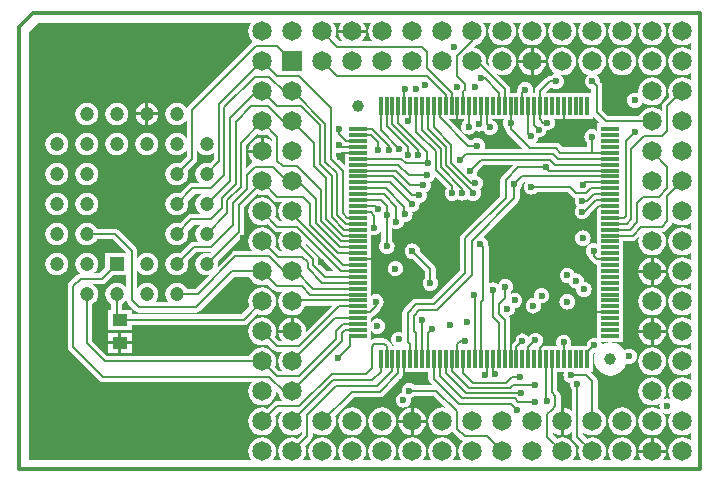
<source format=gbl>
G04 Layer_Physical_Order=4*
G04 Layer_Color=16711680*
%FSLAX44Y44*%
%MOMM*%
G71*
G01*
G75*
%ADD10R,1.3000X1.0000*%
%ADD15C,0.2000*%
%ADD16C,0.3500*%
%ADD17C,1.6510*%
%ADD18R,1.6510X1.6510*%
%ADD19C,1.2000*%
%ADD20R,1.2000X1.2000*%
%ADD21C,0.6000*%
%ADD22C,1.0000*%
%ADD23R,0.3000X1.5000*%
%ADD24R,1.5000X0.3000*%
G36*
X108511Y100000D02*
X106000D01*
Y93240D01*
X104778Y94178D01*
X103197Y94833D01*
X101500Y95056D01*
X99803Y94833D01*
X98222Y94178D01*
X96864Y93136D01*
X95822Y91778D01*
X95168Y90197D01*
X94944Y88500D01*
X95168Y86803D01*
X95822Y85222D01*
X96864Y83864D01*
X96912Y83828D01*
Y79588D01*
X76651D01*
X73994Y82244D01*
X72506Y83239D01*
X70750Y83588D01*
X53374D01*
X54386Y84364D01*
X55427Y85722D01*
X56083Y87303D01*
X56205Y88233D01*
X56500Y88194D01*
X58197Y88417D01*
X59778Y89072D01*
X61136Y90114D01*
X62178Y91472D01*
X62833Y93053D01*
X62959Y94015D01*
X63500Y93944D01*
X65197Y94167D01*
X66778Y94822D01*
X68136Y95864D01*
X69177Y97222D01*
X69833Y98803D01*
X70056Y100500D01*
X69833Y102197D01*
X69293Y103500D01*
X102500D01*
Y106011D01*
X108511Y100000D01*
D02*
G37*
G36*
X26168Y101947D02*
X25944Y100250D01*
X26168Y98553D01*
X26822Y96972D01*
X27864Y95614D01*
X27912Y95578D01*
Y95250D01*
X28261Y93494D01*
X29256Y92006D01*
X42673Y78588D01*
X10287D01*
X10583Y79303D01*
X10806Y81000D01*
X10583Y82697D01*
X9928Y84278D01*
X8886Y85636D01*
X7528Y86678D01*
X5947Y87333D01*
X4250Y87556D01*
X2553Y87333D01*
X972Y86678D01*
X-386Y85636D01*
X-422Y85588D01*
X-1599D01*
X-19511Y103500D01*
X-7088D01*
Y102056D01*
X-7636Y101636D01*
X-8678Y100278D01*
X-9333Y98697D01*
X-9556Y97000D01*
X-9333Y95303D01*
X-8678Y93722D01*
X-7636Y92364D01*
X-6278Y91322D01*
X-4697Y90667D01*
X-3000Y90444D01*
X-1303Y90667D01*
X278Y91322D01*
X1636Y92364D01*
X2678Y93722D01*
X2683Y93735D01*
X4053Y93167D01*
X5750Y92944D01*
X7447Y93167D01*
X9028Y93822D01*
X9252Y93994D01*
X9572Y93222D01*
X10614Y91864D01*
X11972Y90822D01*
X13553Y90167D01*
X15250Y89944D01*
X16947Y90167D01*
X18528Y90822D01*
X19886Y91864D01*
X20928Y93222D01*
X21583Y94803D01*
X21806Y96500D01*
X21583Y98197D01*
X20928Y99778D01*
X19886Y101136D01*
X18528Y102178D01*
X17088Y102774D01*
Y103500D01*
X26811D01*
X26168Y101947D01*
D02*
G37*
G36*
X-37088Y-116250D02*
X-36739Y-118006D01*
X-35744Y-119494D01*
X-33577Y-121662D01*
X-48578D01*
X-48614Y-121614D01*
X-49972Y-120572D01*
X-51553Y-119917D01*
X-53250Y-119694D01*
X-54947Y-119917D01*
X-56528Y-120572D01*
X-57886Y-121614D01*
X-58928Y-122972D01*
X-59583Y-124553D01*
X-59806Y-126250D01*
X-59593Y-127871D01*
X-59947Y-127917D01*
X-61528Y-128572D01*
X-62886Y-129614D01*
X-63928Y-130972D01*
X-64583Y-132553D01*
X-64806Y-134250D01*
X-64583Y-135947D01*
X-63928Y-137528D01*
X-62886Y-138886D01*
X-61528Y-139928D01*
X-59947Y-140583D01*
X-58250Y-140806D01*
X-56553Y-140583D01*
X-54972Y-139928D01*
X-53614Y-138886D01*
X-52572Y-137528D01*
X-51917Y-135947D01*
X-51694Y-134250D01*
X-51907Y-132629D01*
X-51553Y-132583D01*
X-49972Y-131928D01*
X-48614Y-130886D01*
X-48578Y-130838D01*
X-32150D01*
X-21835Y-141153D01*
X-22332Y-140948D01*
X-25400Y-140544D01*
X-28469Y-140948D01*
X-31328Y-142132D01*
X-33784Y-144016D01*
X-35668Y-146472D01*
X-36853Y-149332D01*
X-37257Y-152400D01*
X-36853Y-155469D01*
X-35668Y-158328D01*
X-33784Y-160784D01*
X-31328Y-162668D01*
X-28469Y-163853D01*
X-25400Y-164257D01*
X-22332Y-163853D01*
X-19472Y-162668D01*
X-17016Y-160784D01*
X-16813Y-160519D01*
X-15994Y-161744D01*
X-9494Y-168244D01*
X-8084Y-169186D01*
X-8384Y-169416D01*
X-10268Y-171872D01*
X-11453Y-174732D01*
X-11857Y-177800D01*
X-11453Y-180869D01*
X-10268Y-183728D01*
X-9292Y-185000D01*
X-16108D01*
X-15132Y-183728D01*
X-13948Y-180869D01*
X-13544Y-177800D01*
X-13948Y-174732D01*
X-15132Y-171872D01*
X-17016Y-169416D01*
X-19472Y-167532D01*
X-22332Y-166348D01*
X-25400Y-165944D01*
X-28469Y-166348D01*
X-31328Y-167532D01*
X-33784Y-169416D01*
X-35668Y-171872D01*
X-36853Y-174732D01*
X-37257Y-177800D01*
X-36853Y-180869D01*
X-35668Y-183728D01*
X-34692Y-185000D01*
X-41508D01*
X-40532Y-183728D01*
X-39348Y-180869D01*
X-38944Y-177800D01*
X-39348Y-174732D01*
X-40532Y-171872D01*
X-42416Y-169416D01*
X-44872Y-167532D01*
X-47731Y-166348D01*
X-50800Y-165944D01*
X-53869Y-166348D01*
X-56728Y-167532D01*
X-59184Y-169416D01*
X-61068Y-171872D01*
X-62253Y-174732D01*
X-62657Y-177800D01*
X-62253Y-180869D01*
X-61068Y-183728D01*
X-60092Y-185000D01*
X-66908D01*
X-65932Y-183728D01*
X-64748Y-180869D01*
X-64344Y-177800D01*
X-64748Y-174732D01*
X-65932Y-171872D01*
X-67816Y-169416D01*
X-70272Y-167532D01*
X-73131Y-166348D01*
X-76200Y-165944D01*
X-79269Y-166348D01*
X-82128Y-167532D01*
X-84584Y-169416D01*
X-86468Y-171872D01*
X-87653Y-174732D01*
X-88057Y-177800D01*
X-87653Y-180869D01*
X-86468Y-183728D01*
X-85492Y-185000D01*
X-92308D01*
X-91332Y-183728D01*
X-90148Y-180869D01*
X-89744Y-177800D01*
X-90148Y-174732D01*
X-91332Y-171872D01*
X-93216Y-169416D01*
X-95672Y-167532D01*
X-98532Y-166348D01*
X-101600Y-165944D01*
X-104669Y-166348D01*
X-107528Y-167532D01*
X-109984Y-169416D01*
X-111868Y-171872D01*
X-113053Y-174732D01*
X-113457Y-177800D01*
X-113053Y-180869D01*
X-111868Y-183728D01*
X-110892Y-185000D01*
X-117708D01*
X-116732Y-183728D01*
X-115548Y-180869D01*
X-115144Y-177800D01*
X-115548Y-174732D01*
X-116732Y-171872D01*
X-118616Y-169416D01*
X-121072Y-167532D01*
X-123932Y-166348D01*
X-127000Y-165944D01*
X-130069Y-166348D01*
X-132928Y-167532D01*
X-135384Y-169416D01*
X-137268Y-171872D01*
X-138453Y-174732D01*
X-138857Y-177800D01*
X-138453Y-180869D01*
X-137268Y-183728D01*
X-136292Y-185000D01*
X-143108D01*
X-142132Y-183728D01*
X-140948Y-180869D01*
X-140544Y-177800D01*
X-140948Y-174732D01*
X-141503Y-173391D01*
X-136256Y-168144D01*
X-135261Y-166656D01*
X-134912Y-164900D01*
Y-161146D01*
X-132928Y-162668D01*
X-130069Y-163853D01*
X-127000Y-164257D01*
X-123932Y-163853D01*
X-121072Y-162668D01*
X-118616Y-160784D01*
X-116732Y-158328D01*
X-115548Y-155469D01*
X-115144Y-152400D01*
X-115548Y-149332D01*
X-116103Y-147991D01*
X-99950Y-131838D01*
X-78000D01*
X-76244Y-131489D01*
X-74756Y-130494D01*
X-59256Y-114994D01*
X-58261Y-113506D01*
X-57912Y-111750D01*
Y-110500D01*
X-37088D01*
Y-116250D01*
D02*
G37*
G36*
X171872Y15132D02*
X174731Y13947D01*
X177800Y13543D01*
X180868Y13947D01*
X183728Y15132D01*
X185000Y16108D01*
Y9292D01*
X183728Y10268D01*
X180868Y11452D01*
X177800Y11856D01*
X174731Y11452D01*
X171872Y10268D01*
X169416Y8384D01*
X167532Y5928D01*
X166347Y3068D01*
X165943Y-0D01*
X166347Y-3069D01*
X167532Y-5928D01*
X169416Y-8384D01*
X171872Y-10268D01*
X174731Y-11453D01*
X177800Y-11857D01*
X180868Y-11453D01*
X183728Y-10268D01*
X185000Y-9292D01*
Y-16108D01*
X183728Y-15132D01*
X180868Y-13948D01*
X177800Y-13544D01*
X174731Y-13948D01*
X171872Y-15132D01*
X169416Y-17016D01*
X167532Y-19472D01*
X166347Y-22332D01*
X165943Y-25400D01*
X166347Y-28469D01*
X167532Y-31328D01*
X169416Y-33784D01*
X171872Y-35668D01*
X174731Y-36853D01*
X177800Y-37257D01*
X180868Y-36853D01*
X183728Y-35668D01*
X185000Y-34692D01*
Y-41508D01*
X183728Y-40532D01*
X180868Y-39348D01*
X177800Y-38944D01*
X174731Y-39348D01*
X171872Y-40532D01*
X169416Y-42416D01*
X167532Y-44872D01*
X166347Y-47731D01*
X165943Y-50800D01*
X166347Y-53869D01*
X167532Y-56728D01*
X169416Y-59184D01*
X171872Y-61068D01*
X174731Y-62253D01*
X177800Y-62657D01*
X180868Y-62253D01*
X183728Y-61068D01*
X185000Y-60092D01*
Y-66908D01*
X183728Y-65932D01*
X180868Y-64748D01*
X177800Y-64344D01*
X174731Y-64748D01*
X171872Y-65932D01*
X169416Y-67816D01*
X167532Y-70272D01*
X166347Y-73131D01*
X165943Y-76200D01*
X166347Y-79269D01*
X167532Y-82128D01*
X169416Y-84584D01*
X171872Y-86468D01*
X174731Y-87653D01*
X177800Y-88057D01*
X180868Y-87653D01*
X183728Y-86468D01*
X185000Y-85492D01*
Y-92308D01*
X183728Y-91332D01*
X180868Y-90148D01*
X177800Y-89744D01*
X174731Y-90148D01*
X171872Y-91332D01*
X169416Y-93216D01*
X167532Y-95672D01*
X166347Y-98532D01*
X165943Y-101600D01*
X166347Y-104669D01*
X167532Y-107528D01*
X169416Y-109984D01*
X171872Y-111868D01*
X174731Y-113053D01*
X177800Y-113457D01*
X180868Y-113053D01*
X183728Y-111868D01*
X185000Y-110892D01*
Y-117708D01*
X183728Y-116732D01*
X180868Y-115548D01*
X177800Y-115144D01*
X174731Y-115548D01*
X171872Y-116732D01*
X169416Y-118616D01*
X167532Y-121072D01*
X166347Y-123932D01*
X165943Y-127000D01*
X166347Y-130069D01*
X167532Y-132928D01*
X168190Y-133786D01*
X166697Y-133167D01*
X165000Y-132944D01*
X163303Y-133167D01*
X162103Y-133665D01*
X162668Y-132928D01*
X163852Y-130069D01*
X164256Y-127000D01*
X163852Y-123932D01*
X162668Y-121072D01*
X160784Y-118616D01*
X158328Y-116732D01*
X155469Y-115548D01*
X152400Y-115144D01*
X149331Y-115548D01*
X146472Y-116732D01*
X144016Y-118616D01*
X142132Y-121072D01*
X140947Y-123932D01*
X140543Y-127000D01*
X140947Y-130069D01*
X142132Y-132928D01*
X144016Y-135384D01*
X146472Y-137268D01*
X149331Y-138453D01*
X152400Y-138857D01*
X155469Y-138453D01*
X158328Y-137268D01*
X159150Y-136637D01*
X158667Y-137803D01*
X158444Y-139500D01*
X158667Y-141197D01*
X159322Y-142778D01*
X159541Y-143063D01*
X158328Y-142132D01*
X155469Y-140948D01*
X152400Y-140544D01*
X149331Y-140948D01*
X146472Y-142132D01*
X144016Y-144016D01*
X142132Y-146472D01*
X140947Y-149332D01*
X140543Y-152400D01*
X140947Y-155469D01*
X142132Y-158328D01*
X144016Y-160784D01*
X146472Y-162668D01*
X149331Y-163853D01*
X152400Y-164257D01*
X155469Y-163853D01*
X158328Y-162668D01*
X160784Y-160784D01*
X162668Y-158328D01*
X163852Y-155469D01*
X164256Y-152400D01*
X163852Y-149332D01*
X162668Y-146472D01*
X161607Y-145089D01*
X161722Y-145178D01*
X163303Y-145833D01*
X165000Y-146056D01*
X166697Y-145833D01*
X168278Y-145178D01*
X168879Y-144717D01*
X167532Y-146472D01*
X166347Y-149332D01*
X165943Y-152400D01*
X166347Y-155469D01*
X167532Y-158328D01*
X169416Y-160784D01*
X171872Y-162668D01*
X174731Y-163853D01*
X177800Y-164257D01*
X180868Y-163853D01*
X183728Y-162668D01*
X185000Y-161692D01*
Y-168508D01*
X183728Y-167532D01*
X180868Y-166348D01*
X177800Y-165944D01*
X174731Y-166348D01*
X171872Y-167532D01*
X169416Y-169416D01*
X167532Y-171872D01*
X166347Y-174732D01*
X165943Y-177800D01*
X166347Y-180869D01*
X167532Y-183728D01*
X168508Y-185000D01*
X161692D01*
X162668Y-183728D01*
X163852Y-180869D01*
X164092Y-179050D01*
X140708D01*
X140947Y-180869D01*
X142132Y-183728D01*
X143108Y-185000D01*
X136292D01*
X137268Y-183728D01*
X138452Y-180869D01*
X138856Y-177800D01*
X138452Y-174732D01*
X137268Y-171872D01*
X135384Y-169416D01*
X132928Y-167532D01*
X130069Y-166348D01*
X127000Y-165944D01*
X123931Y-166348D01*
X121072Y-167532D01*
X118616Y-169416D01*
X116732Y-171872D01*
X115547Y-174732D01*
X115143Y-177800D01*
X115547Y-180869D01*
X116732Y-183728D01*
X117708Y-185000D01*
X110892D01*
X111868Y-183728D01*
X113052Y-180869D01*
X113456Y-177800D01*
X113052Y-174732D01*
X111868Y-171872D01*
X109984Y-169416D01*
X107528Y-167532D01*
X104669Y-166348D01*
X101600Y-165944D01*
X98531Y-166348D01*
X97191Y-166903D01*
X93588Y-163300D01*
Y-161069D01*
X95672Y-162668D01*
X98531Y-163853D01*
X101600Y-164257D01*
X104669Y-163853D01*
X107528Y-162668D01*
X109984Y-160784D01*
X111868Y-158328D01*
X113052Y-155469D01*
X113456Y-152400D01*
X113052Y-149332D01*
X111868Y-146472D01*
X109984Y-144016D01*
X107528Y-142132D01*
X106188Y-141577D01*
Y-118350D01*
X105839Y-116594D01*
X104844Y-115105D01*
X100239Y-110500D01*
X102500D01*
Y-95489D01*
X103441Y-94548D01*
X103500Y-94556D01*
X103917Y-94501D01*
X103360Y-95845D01*
X102879Y-99500D01*
X103360Y-103155D01*
X104771Y-106560D01*
X107015Y-109485D01*
X109940Y-111729D01*
X113345Y-113140D01*
X117000Y-113621D01*
X120655Y-113140D01*
X124060Y-111729D01*
X126985Y-109485D01*
X129229Y-106560D01*
X130585Y-103285D01*
X131303Y-103583D01*
X133000Y-103806D01*
X134697Y-103583D01*
X136278Y-102928D01*
X137636Y-101886D01*
X138678Y-100528D01*
X139333Y-98947D01*
X139556Y-97250D01*
X139333Y-95553D01*
X138678Y-93972D01*
X137636Y-92614D01*
X136278Y-91572D01*
X134697Y-90917D01*
X133000Y-90694D01*
X131303Y-90917D01*
X129722Y-91572D01*
X128993Y-92132D01*
X126985Y-89515D01*
X124060Y-87271D01*
X120655Y-85860D01*
X117000Y-85379D01*
X113345Y-85860D01*
X109959Y-87263D01*
X109833Y-86303D01*
X109293Y-85000D01*
X128000D01*
Y-80000D01*
Y-75000D01*
Y-70000D01*
Y-65000D01*
Y-60000D01*
Y-55000D01*
Y-50000D01*
Y-40000D01*
Y-35000D01*
Y-25000D01*
Y-15000D01*
Y-10000D01*
Y-5000D01*
Y0D01*
Y412D01*
X135750D01*
X137506Y761D01*
X138994Y1756D01*
X141400Y4161D01*
X140947Y3068D01*
X140543Y-0D01*
X140947Y-3069D01*
X142132Y-5928D01*
X144016Y-8384D01*
X146472Y-10268D01*
X149331Y-11453D01*
X152400Y-11857D01*
X155469Y-11453D01*
X158328Y-10268D01*
X160784Y-8384D01*
X162668Y-5928D01*
X163852Y-3069D01*
X164256Y-0D01*
X163852Y3068D01*
X162668Y5928D01*
X161093Y7980D01*
X161581Y8077D01*
X162505Y8261D01*
X162505Y8261D01*
X162506Y8261D01*
X163197Y8723D01*
X163994Y9256D01*
X168494Y13756D01*
X168494Y13756D01*
X168494Y13756D01*
X168956Y14446D01*
X169489Y15244D01*
X169489Y15244D01*
X169489Y15244D01*
X169665Y16127D01*
X169785Y16733D01*
X171872Y15132D01*
D02*
G37*
G36*
X77417Y-111553D02*
X77194Y-113250D01*
X77417Y-114947D01*
X78073Y-116528D01*
X79114Y-117886D01*
X80472Y-118928D01*
X82053Y-119583D01*
X82588Y-119653D01*
X82444Y-120750D01*
X82667Y-122447D01*
X83322Y-124028D01*
X84364Y-125386D01*
X84412Y-125422D01*
Y-143884D01*
X82128Y-142132D01*
X79268Y-140948D01*
X77450Y-140708D01*
Y-152400D01*
Y-164092D01*
X79268Y-163853D01*
X82128Y-162668D01*
X84412Y-160916D01*
Y-165200D01*
X84761Y-166956D01*
X85756Y-168444D01*
X90702Y-173391D01*
X90147Y-174732D01*
X89743Y-177800D01*
X90147Y-180869D01*
X91332Y-183728D01*
X92308Y-185000D01*
X85492D01*
X86468Y-183728D01*
X87652Y-180869D01*
X88056Y-177800D01*
X87652Y-174732D01*
X86468Y-171872D01*
X84584Y-169416D01*
X82128Y-167532D01*
X79268Y-166348D01*
X76200Y-165944D01*
X73131Y-166348D01*
X71791Y-166903D01*
X68338Y-163450D01*
Y-161185D01*
X70272Y-162668D01*
X73131Y-163853D01*
X74950Y-164092D01*
Y-152400D01*
Y-140708D01*
X74845Y-140722D01*
X75088Y-139500D01*
Y-130500D01*
X74739Y-128744D01*
X73744Y-127256D01*
X72088Y-125599D01*
Y-110500D01*
X77854D01*
X77417Y-111553D01*
D02*
G37*
G36*
X-168244Y34755D02*
X-166756Y33761D01*
X-165000Y33412D01*
X-161069D01*
X-162668Y31328D01*
X-163853Y28468D01*
X-164257Y25400D01*
X-163853Y22331D01*
X-162668Y19472D01*
X-160839Y17088D01*
X-163000D01*
X-166903Y20991D01*
X-166348Y22331D01*
X-165944Y25400D01*
X-166348Y28468D01*
X-167532Y31328D01*
X-169416Y33784D01*
X-171872Y35668D01*
X-174732Y36852D01*
X-177800Y37256D01*
X-180869Y36852D01*
X-183728Y35668D01*
X-186184Y33784D01*
X-188068Y31328D01*
X-189253Y28468D01*
X-189657Y25400D01*
X-189253Y22331D01*
X-188068Y19472D01*
X-186184Y17016D01*
X-183728Y15132D01*
X-180869Y13947D01*
X-177800Y13543D01*
X-174732Y13947D01*
X-173391Y14503D01*
X-168145Y9256D01*
X-166656Y8261D01*
X-164900Y7912D01*
X-161146D01*
X-162668Y5928D01*
X-163853Y3068D01*
X-164257Y-0D01*
X-163853Y-3069D01*
X-162668Y-5928D01*
X-160784Y-8384D01*
X-160748Y-8412D01*
X-162900D01*
X-166903Y-4409D01*
X-166348Y-3069D01*
X-165944Y-0D01*
X-166348Y3068D01*
X-167532Y5928D01*
X-169416Y8384D01*
X-171872Y10268D01*
X-174732Y11452D01*
X-177800Y11856D01*
X-180869Y11452D01*
X-183728Y10268D01*
X-186184Y8384D01*
X-188068Y5928D01*
X-189253Y3068D01*
X-189657Y-0D01*
X-189253Y-3069D01*
X-188068Y-5928D01*
X-186354Y-8162D01*
X-200500D01*
X-202256Y-8511D01*
X-203745Y-9506D01*
X-215499Y-21260D01*
X-215208Y-19050D01*
X-215535Y-16570D01*
X-215619Y-16367D01*
X-194256Y4996D01*
X-193261Y6484D01*
X-192912Y8240D01*
Y28850D01*
X-181961Y39800D01*
X-180869Y39347D01*
X-177800Y38943D01*
X-174732Y39347D01*
X-173391Y39903D01*
X-168244Y34755D01*
D02*
G37*
G36*
X-292838Y-39469D02*
X-294215Y-37675D01*
X-296199Y-36152D01*
X-298510Y-35195D01*
X-300990Y-34868D01*
X-303470Y-35195D01*
X-305781Y-36152D01*
X-307766Y-37675D01*
X-309288Y-39659D01*
X-310246Y-41970D01*
X-310572Y-44450D01*
X-310246Y-46930D01*
X-309288Y-49241D01*
X-307766Y-51226D01*
X-305781Y-52748D01*
X-305578Y-52832D01*
Y-57950D01*
X-308450D01*
Y-74950D01*
X-288450D01*
Y-71038D01*
X-193450D01*
X-191694Y-70689D01*
X-190206Y-69694D01*
X-182209Y-61698D01*
X-180869Y-62253D01*
X-177800Y-62657D01*
X-174732Y-62253D01*
X-171872Y-61068D01*
X-169416Y-59184D01*
X-167532Y-56728D01*
X-166348Y-53869D01*
X-165944Y-50800D01*
X-166348Y-47731D01*
X-167532Y-44872D01*
X-169416Y-42416D01*
X-171872Y-40532D01*
X-174732Y-39348D01*
X-177800Y-38944D01*
X-180869Y-39348D01*
X-183728Y-40532D01*
X-186184Y-42416D01*
X-188068Y-44872D01*
X-189253Y-47731D01*
X-189657Y-50800D01*
X-189253Y-53869D01*
X-188697Y-55209D01*
X-195351Y-61862D01*
X-288450D01*
Y-57950D01*
X-296402D01*
Y-52832D01*
X-296199Y-52748D01*
X-294215Y-51226D01*
X-292838Y-49432D01*
Y-49500D01*
X-292489Y-51256D01*
X-291494Y-52744D01*
X-285244Y-58994D01*
X-283756Y-59989D01*
X-282000Y-60338D01*
X-234000D01*
X-232244Y-59989D01*
X-230756Y-58994D01*
X-201750Y-29988D01*
X-188623D01*
X-188068Y-31328D01*
X-186184Y-33784D01*
X-183728Y-35668D01*
X-180869Y-36853D01*
X-177800Y-37257D01*
X-174732Y-36853D01*
X-173391Y-36298D01*
X-168445Y-41244D01*
X-166956Y-42239D01*
X-165200Y-42588D01*
X-160916D01*
X-162668Y-44872D01*
X-163853Y-47731D01*
X-164257Y-50800D01*
X-163853Y-53869D01*
X-162668Y-56728D01*
X-160784Y-59184D01*
X-158328Y-61068D01*
X-155469Y-62253D01*
X-152400Y-62657D01*
X-149332Y-62253D01*
X-146472Y-61068D01*
X-144016Y-59184D01*
X-142132Y-56728D01*
X-141246Y-54588D01*
X-118827D01*
X-140560Y-76321D01*
X-140544Y-76200D01*
X-140948Y-73131D01*
X-142132Y-70272D01*
X-144016Y-67816D01*
X-146472Y-65932D01*
X-149332Y-64748D01*
X-151150Y-64508D01*
Y-76200D01*
X-152400D01*
Y-77450D01*
X-164092D01*
X-163853Y-79269D01*
X-162668Y-82128D01*
X-161108Y-84162D01*
X-163350D01*
X-166903Y-80609D01*
X-166348Y-79269D01*
X-165944Y-76200D01*
X-166348Y-73131D01*
X-167532Y-70272D01*
X-169416Y-67816D01*
X-171872Y-65932D01*
X-174732Y-64748D01*
X-177800Y-64344D01*
X-180869Y-64748D01*
X-183728Y-65932D01*
X-186184Y-67816D01*
X-188068Y-70272D01*
X-189253Y-73131D01*
X-189657Y-76200D01*
X-189253Y-79269D01*
X-188068Y-82128D01*
X-186184Y-84584D01*
X-183728Y-86468D01*
X-180869Y-87653D01*
X-177800Y-88057D01*
X-174732Y-87653D01*
X-173391Y-87098D01*
X-168495Y-91994D01*
X-167006Y-92989D01*
X-165250Y-93338D01*
X-160877D01*
X-162668Y-95672D01*
X-163853Y-98532D01*
X-164257Y-101600D01*
X-163853Y-104669D01*
X-162668Y-107528D01*
X-161031Y-109662D01*
X-163250D01*
X-166903Y-106009D01*
X-166348Y-104669D01*
X-165944Y-101600D01*
X-166348Y-98532D01*
X-167532Y-95672D01*
X-169416Y-93216D01*
X-171872Y-91332D01*
X-174732Y-90148D01*
X-177800Y-89744D01*
X-180869Y-90148D01*
X-183728Y-91332D01*
X-186184Y-93216D01*
X-188068Y-95672D01*
X-188623Y-97012D01*
X-308999D01*
X-321802Y-84209D01*
Y-52832D01*
X-321599Y-52748D01*
X-319615Y-51226D01*
X-318092Y-49241D01*
X-317135Y-46930D01*
X-316808Y-44450D01*
X-317135Y-41970D01*
X-318092Y-39659D01*
X-319615Y-37675D01*
X-321599Y-36152D01*
X-321753Y-36088D01*
X-313440D01*
X-311684Y-35739D01*
X-310196Y-34745D01*
X-304002Y-28550D01*
X-292838D01*
Y-39469D01*
D02*
G37*
G36*
X-108000Y75000D02*
Y70000D01*
Y64738D01*
X-114912Y71650D01*
Y75256D01*
X-114697Y75167D01*
X-113000Y74944D01*
X-111303Y75167D01*
X-110712Y75412D01*
X-108000D01*
Y75000D01*
D02*
G37*
G36*
X-169588Y86899D02*
Y84715D01*
X-171872Y86468D01*
X-174732Y87652D01*
X-176550Y87892D01*
Y76200D01*
X-177800D01*
Y74950D01*
X-189492D01*
X-189253Y73131D01*
X-188068Y70272D01*
X-186184Y67816D01*
X-185757Y67488D01*
X-186753Y66822D01*
X-187244Y66494D01*
X-187244Y66494D01*
X-187244Y66494D01*
X-187244Y66494D01*
X-191162Y62577D01*
Y81750D01*
X-182209Y90702D01*
X-180869Y90147D01*
X-177800Y89743D01*
X-174732Y90147D01*
X-173391Y90702D01*
X-169588Y86899D01*
D02*
G37*
G36*
X25256Y55494D02*
X24261Y54006D01*
X23912Y52250D01*
Y38651D01*
X-8994Y5744D01*
X-9989Y4256D01*
X-10338Y2500D01*
Y-24599D01*
X-34151Y-48412D01*
X-47500D01*
X-49256Y-48761D01*
X-50744Y-49756D01*
X-57994Y-57006D01*
X-58989Y-58494D01*
X-59338Y-60250D01*
Y-77171D01*
X-60553Y-76667D01*
X-62250Y-76444D01*
X-63947Y-76667D01*
X-65528Y-77322D01*
X-66886Y-78364D01*
X-67928Y-79722D01*
X-68583Y-81303D01*
X-68806Y-83000D01*
X-68583Y-84697D01*
X-67928Y-86278D01*
X-66886Y-87636D01*
X-65760Y-88500D01*
X-67962D01*
X-68098Y-87816D01*
X-68261Y-86995D01*
X-68261Y-86995D01*
X-68261Y-86994D01*
X-68760Y-86247D01*
X-69255Y-85506D01*
X-71255Y-83506D01*
X-71255Y-83506D01*
X-71256Y-83505D01*
X-71973Y-83026D01*
X-72744Y-82511D01*
X-72744Y-82511D01*
X-72744Y-82511D01*
X-73626Y-82335D01*
X-74499Y-82162D01*
X-74500Y-82162D01*
X-74500Y-82162D01*
X-82750D01*
X-82750Y-82162D01*
X-82750Y-82162D01*
X-83645Y-82340D01*
X-84506Y-82511D01*
X-84506Y-82511D01*
X-84506Y-82511D01*
X-85231Y-82996D01*
X-85994Y-83505D01*
X-85994Y-83506D01*
X-85995Y-83506D01*
X-86000Y-83511D01*
Y-80000D01*
Y-75000D01*
Y-74854D01*
X-85928Y-75028D01*
X-84886Y-76386D01*
X-83528Y-77428D01*
X-81947Y-78083D01*
X-80250Y-78306D01*
X-78553Y-78083D01*
X-76972Y-77428D01*
X-75614Y-76386D01*
X-74572Y-75028D01*
X-73917Y-73447D01*
X-73694Y-71750D01*
X-73917Y-70053D01*
X-74572Y-68472D01*
X-75614Y-67114D01*
X-76972Y-66072D01*
X-78553Y-65417D01*
X-80250Y-65194D01*
X-81947Y-65417D01*
X-83528Y-66072D01*
X-84886Y-67114D01*
X-85928Y-68472D01*
X-86000Y-68646D01*
Y-65000D01*
Y-64489D01*
X-84744Y-64239D01*
X-83256Y-63244D01*
X-78256Y-58244D01*
X-77261Y-56756D01*
X-77070Y-55793D01*
X-76864Y-55636D01*
X-75822Y-54278D01*
X-75167Y-52697D01*
X-74944Y-51000D01*
X-75167Y-49303D01*
X-75822Y-47722D01*
X-76864Y-46364D01*
X-78222Y-45322D01*
X-79803Y-44667D01*
X-81500Y-44444D01*
X-83197Y-44667D01*
X-84778Y-45322D01*
X-86000Y-46260D01*
Y-45000D01*
Y-40000D01*
Y-30000D01*
Y-25000D01*
Y-20000D01*
Y-15000D01*
Y-10000D01*
Y0D01*
X-86000D01*
Y5000D01*
X-86000D01*
Y5957D01*
X-84697Y5417D01*
X-83000Y5194D01*
X-81303Y5417D01*
X-79722Y6072D01*
X-78364Y7114D01*
X-77322Y8472D01*
X-76838Y9640D01*
Y422D01*
X-76886Y386D01*
X-77928Y-972D01*
X-78583Y-2553D01*
X-78806Y-4250D01*
X-78583Y-5947D01*
X-77928Y-7528D01*
X-76886Y-8886D01*
X-75528Y-9928D01*
X-73947Y-10583D01*
X-72250Y-10806D01*
X-70553Y-10583D01*
X-68972Y-9928D01*
X-67614Y-8886D01*
X-66572Y-7528D01*
X-65917Y-5947D01*
X-65694Y-4250D01*
X-65917Y-2553D01*
X-66572Y-972D01*
X-67614Y386D01*
X-67662Y422D01*
Y11175D01*
X-67528Y11072D01*
X-65947Y10417D01*
X-64250Y10194D01*
X-62553Y10417D01*
X-60972Y11072D01*
X-59614Y12114D01*
X-58572Y13472D01*
X-57917Y15053D01*
X-57722Y16539D01*
X-57000Y16444D01*
X-55303Y16667D01*
X-53722Y17322D01*
X-52364Y18364D01*
X-51322Y19722D01*
X-50667Y21303D01*
X-50444Y23000D01*
X-50667Y24697D01*
X-50781Y24973D01*
X-49303Y25167D01*
X-47722Y25822D01*
X-46364Y26864D01*
X-45322Y28222D01*
X-44667Y29803D01*
X-44444Y31500D01*
X-44575Y32500D01*
X-43303Y32667D01*
X-41722Y33322D01*
X-40364Y34364D01*
X-39322Y35722D01*
X-38667Y37303D01*
X-38444Y39000D01*
X-38667Y40697D01*
X-39088Y41713D01*
X-38222Y42072D01*
X-36864Y43114D01*
X-35823Y44472D01*
X-35168Y46053D01*
X-34944Y47750D01*
X-35168Y49447D01*
X-35500Y50250D01*
X-34722Y50573D01*
X-33364Y51614D01*
X-32322Y52972D01*
X-31667Y54553D01*
X-31614Y54958D01*
X-21671Y45015D01*
X-22428Y44028D01*
X-23083Y42447D01*
X-23306Y40750D01*
X-23083Y39053D01*
X-22428Y37472D01*
X-21386Y36114D01*
X-20028Y35072D01*
X-18447Y34417D01*
X-16750Y34194D01*
X-15053Y34417D01*
X-13472Y35072D01*
X-12337Y35943D01*
X-11528Y35322D01*
X-9947Y34667D01*
X-8250Y34444D01*
X-6553Y34667D01*
X-4972Y35322D01*
X-3906Y36140D01*
X-3886Y36114D01*
X-2528Y35072D01*
X-947Y34417D01*
X750Y34194D01*
X2447Y34417D01*
X4028Y35072D01*
X5386Y36114D01*
X6428Y37472D01*
X7083Y39053D01*
X7306Y40750D01*
X7083Y42447D01*
X6428Y44028D01*
X6407Y44055D01*
X7136Y44614D01*
X8178Y45972D01*
X8833Y47553D01*
X9056Y49250D01*
X8833Y50947D01*
X8178Y52528D01*
X7136Y53886D01*
X5778Y54928D01*
X4197Y55583D01*
X3106Y55726D01*
X3677Y56472D01*
X4333Y58053D01*
X4556Y59750D01*
X4548Y59809D01*
X9400Y64662D01*
X34423D01*
X25256Y55494D01*
D02*
G37*
G36*
X44323Y49528D02*
X43668Y47947D01*
X43444Y46250D01*
X43668Y44553D01*
X44323Y42972D01*
X45364Y41614D01*
X46722Y40573D01*
X48303Y39918D01*
X50000Y39694D01*
X51697Y39918D01*
X53278Y40573D01*
X54636Y41614D01*
X54673Y41662D01*
X81099D01*
X85006Y37756D01*
X86494Y36761D01*
X87101Y36641D01*
X86917Y36197D01*
X86694Y34500D01*
X86917Y32803D01*
X87572Y31222D01*
X88606Y29875D01*
X87572Y28528D01*
X86917Y26947D01*
X86694Y25250D01*
X86917Y23553D01*
X87572Y21972D01*
X88614Y20614D01*
X89972Y19572D01*
X91553Y18917D01*
X93250Y18694D01*
X94947Y18917D01*
X96528Y19572D01*
X97886Y20614D01*
X98927Y21972D01*
X99435Y23196D01*
X106000Y29761D01*
Y25000D01*
Y20000D01*
Y15000D01*
Y10000D01*
Y5000D01*
Y0D01*
Y-2207D01*
X104697Y-1667D01*
X103000Y-1444D01*
X101303Y-1667D01*
X99722Y-2322D01*
X98364Y-3364D01*
X97322Y-4722D01*
X96667Y-6303D01*
X96444Y-8000D01*
X96667Y-9697D01*
X97322Y-11278D01*
X98364Y-12636D01*
X98570Y-12794D01*
X98586Y-12874D01*
X98761Y-13756D01*
X98761Y-13756D01*
X98761Y-13756D01*
X99283Y-14537D01*
X99756Y-15244D01*
X99756Y-15244D01*
X99756Y-15245D01*
X102756Y-18245D01*
X103532Y-18763D01*
X104244Y-19239D01*
X104244Y-19239D01*
X104245Y-19239D01*
X105155Y-19420D01*
X106000Y-19588D01*
Y-25000D01*
Y-35000D01*
Y-40000D01*
Y-50000D01*
Y-55000D01*
Y-60000D01*
Y-65000D01*
Y-70000D01*
Y-75000D01*
Y-80000D01*
Y-82000D01*
X105197Y-81667D01*
X103500Y-81444D01*
X101803Y-81667D01*
X100222Y-82322D01*
X98864Y-83364D01*
X97823Y-84722D01*
X97168Y-86303D01*
X96944Y-88000D01*
X96952Y-88060D01*
X96511Y-88500D01*
X83293D01*
X83833Y-87197D01*
X84056Y-85500D01*
X83833Y-83803D01*
X83177Y-82222D01*
X82136Y-80864D01*
X80778Y-79822D01*
X79197Y-79167D01*
X77500Y-78944D01*
X75803Y-79167D01*
X74222Y-79822D01*
X72864Y-80864D01*
X71822Y-82222D01*
X71167Y-83803D01*
X70944Y-85500D01*
X71167Y-87197D01*
X71707Y-88500D01*
X57987D01*
X58136Y-88386D01*
X59178Y-87028D01*
X59833Y-85447D01*
X60056Y-83750D01*
X59833Y-82053D01*
X59178Y-80472D01*
X58136Y-79114D01*
X56778Y-78072D01*
X55197Y-77417D01*
X53500Y-77194D01*
X51803Y-77417D01*
X50222Y-78072D01*
X48864Y-79114D01*
X47822Y-80472D01*
X47745Y-80658D01*
X47136Y-79864D01*
X45778Y-78822D01*
X44197Y-78167D01*
X42500Y-77944D01*
X40803Y-78167D01*
X39222Y-78822D01*
X37864Y-79864D01*
X36822Y-81222D01*
X36167Y-82803D01*
X35944Y-84500D01*
X35952Y-84559D01*
X34256Y-86256D01*
X33261Y-87744D01*
X33111Y-88500D01*
X32088D01*
Y-66500D01*
X31739Y-64744D01*
X30848Y-63411D01*
X31447Y-63333D01*
X33028Y-62677D01*
X34386Y-61636D01*
X35427Y-60278D01*
X36082Y-58697D01*
X36306Y-57000D01*
X36243Y-56524D01*
X37697Y-56333D01*
X39278Y-55678D01*
X40636Y-54636D01*
X41678Y-53278D01*
X42333Y-51697D01*
X42556Y-50000D01*
X42333Y-48303D01*
X41678Y-46722D01*
X40636Y-45364D01*
X39278Y-44322D01*
X37697Y-43667D01*
X36000Y-43444D01*
X34303Y-43667D01*
X32722Y-44322D01*
X32588Y-44425D01*
Y-42922D01*
X32636Y-42886D01*
X33677Y-41528D01*
X34332Y-39947D01*
X34556Y-38250D01*
X34332Y-36553D01*
X33677Y-34972D01*
X32636Y-33614D01*
X31278Y-32572D01*
X29697Y-31917D01*
X28000Y-31694D01*
X26303Y-31917D01*
X24722Y-32572D01*
X23364Y-33614D01*
X22322Y-34972D01*
X21761Y-36326D01*
X20778Y-35572D01*
X19197Y-34917D01*
X17500Y-34694D01*
X15803Y-34917D01*
X14222Y-35572D01*
X13838Y-35866D01*
Y-4500D01*
X13490Y-2751D01*
X13556Y-2250D01*
X13333Y-553D01*
X12678Y1028D01*
X11636Y2386D01*
X10278Y3428D01*
X9315Y3826D01*
X38994Y33505D01*
X39989Y34994D01*
X40338Y36750D01*
Y44078D01*
X40386Y44114D01*
X41427Y45472D01*
X42083Y47053D01*
X42306Y48750D01*
X42298Y48809D01*
X43901Y50412D01*
X45001D01*
X44323Y49528D01*
D02*
G37*
G36*
X16108Y185000D02*
X15132Y183728D01*
X13947Y180868D01*
X13543Y177800D01*
X13947Y174731D01*
X15132Y171872D01*
X17016Y169416D01*
X19472Y167532D01*
X22331Y166347D01*
X25400Y165943D01*
X28468Y166347D01*
X31328Y167532D01*
X33784Y169416D01*
X35668Y171872D01*
X36852Y174731D01*
X37256Y177800D01*
X36852Y180868D01*
X35668Y183728D01*
X34692Y185000D01*
X41508D01*
X40532Y183728D01*
X39347Y180868D01*
X38943Y177800D01*
X39347Y174731D01*
X40532Y171872D01*
X42416Y169416D01*
X44872Y167532D01*
X47731Y166347D01*
X50800Y165943D01*
X53868Y166347D01*
X56728Y167532D01*
X59184Y169416D01*
X61068Y171872D01*
X62252Y174731D01*
X62656Y177800D01*
X62252Y180868D01*
X61068Y183728D01*
X60092Y185000D01*
X66908D01*
X65932Y183728D01*
X64747Y180868D01*
X64343Y177800D01*
X64747Y174731D01*
X65932Y171872D01*
X67816Y169416D01*
X70272Y167532D01*
X73131Y166347D01*
X76200Y165943D01*
X79268Y166347D01*
X82128Y167532D01*
X84584Y169416D01*
X86468Y171872D01*
X87652Y174731D01*
X88056Y177800D01*
X87652Y180868D01*
X86468Y183728D01*
X85492Y185000D01*
X92308D01*
X91332Y183728D01*
X90147Y180868D01*
X89743Y177800D01*
X90147Y174731D01*
X91332Y171872D01*
X93216Y169416D01*
X95672Y167532D01*
X98531Y166347D01*
X101600Y165943D01*
X104669Y166347D01*
X107528Y167532D01*
X109984Y169416D01*
X111868Y171872D01*
X113052Y174731D01*
X113456Y177800D01*
X113052Y180868D01*
X111868Y183728D01*
X110892Y185000D01*
X117708Y185000D01*
X116732Y183728D01*
X115547Y180868D01*
X115143Y177800D01*
X115547Y174731D01*
X116732Y171872D01*
X118616Y169416D01*
X121072Y167532D01*
X123931Y166347D01*
X127000Y165943D01*
X130069Y166347D01*
X132928Y167532D01*
X135384Y169416D01*
X137268Y171872D01*
X138452Y174731D01*
X138856Y177800D01*
X138452Y180868D01*
X137268Y183728D01*
X136292Y185000D01*
X143108Y185000D01*
X142132Y183728D01*
X140947Y180868D01*
X140543Y177800D01*
X140947Y174731D01*
X142132Y171872D01*
X144016Y169416D01*
X146472Y167532D01*
X149331Y166347D01*
X152400Y165943D01*
X155469Y166347D01*
X158328Y167532D01*
X160784Y169416D01*
X162668Y171872D01*
X163852Y174731D01*
X164256Y177800D01*
X163852Y180868D01*
X162668Y183728D01*
X161692Y185000D01*
X168508D01*
X167532Y183728D01*
X166347Y180868D01*
X165943Y177800D01*
X166347Y174731D01*
X167532Y171872D01*
X169416Y169416D01*
X171872Y167532D01*
X174731Y166347D01*
X177800Y165943D01*
X180868Y166347D01*
X183728Y167532D01*
X185000Y168508D01*
Y161692D01*
X183728Y162668D01*
X180868Y163852D01*
X177800Y164256D01*
X174731Y163852D01*
X171872Y162668D01*
X169416Y160784D01*
X167532Y158328D01*
X166347Y155469D01*
X165943Y152400D01*
X166347Y149331D01*
X167532Y146472D01*
X169416Y144016D01*
X171872Y142132D01*
X174731Y140947D01*
X177800Y140543D01*
X180868Y140947D01*
X183728Y142132D01*
X185000Y143108D01*
Y136292D01*
X183728Y137268D01*
X180868Y138452D01*
X177800Y138856D01*
X174731Y138452D01*
X171872Y137268D01*
X169416Y135384D01*
X167532Y132928D01*
X166347Y130069D01*
X165943Y127000D01*
X166347Y123931D01*
X166903Y122591D01*
X162006Y117695D01*
X161011Y116206D01*
X160662Y114450D01*
Y110077D01*
X158328Y111868D01*
X155469Y113052D01*
X152400Y113456D01*
X149331Y113052D01*
X146472Y111868D01*
X144016Y109984D01*
X142132Y107528D01*
X141577Y106188D01*
X115301D01*
X109838Y111651D01*
Y132000D01*
X109633Y133032D01*
X109489Y133756D01*
X109489Y133756D01*
X109489Y133756D01*
X108963Y134543D01*
X108494Y135244D01*
X108298Y135440D01*
X108306Y135500D01*
X108083Y137197D01*
X107428Y138778D01*
X106386Y140136D01*
X105097Y141125D01*
X107528Y142132D01*
X109984Y144016D01*
X111868Y146472D01*
X113052Y149331D01*
X113456Y152400D01*
X113052Y155469D01*
X111868Y158328D01*
X109984Y160784D01*
X107528Y162668D01*
X104669Y163852D01*
X101600Y164256D01*
X98531Y163852D01*
X95672Y162668D01*
X93216Y160784D01*
X91332Y158328D01*
X90147Y155469D01*
X89743Y152400D01*
X90147Y149331D01*
X91332Y146472D01*
X93216Y144016D01*
X95672Y142132D01*
X98298Y141044D01*
X97114Y140136D01*
X96073Y138778D01*
X95417Y137197D01*
X95194Y135500D01*
X95417Y133803D01*
X96073Y132222D01*
X97114Y130864D01*
X98472Y129823D01*
X100053Y129167D01*
X100662Y129087D01*
Y125500D01*
X62239D01*
X67065Y130326D01*
X67722Y129823D01*
X69303Y129167D01*
X71000Y128944D01*
X72697Y129167D01*
X74278Y129823D01*
X75636Y130864D01*
X76678Y132222D01*
X77333Y133803D01*
X77556Y135500D01*
X77333Y137197D01*
X76678Y138778D01*
X75636Y140136D01*
X74878Y140717D01*
X76200Y140543D01*
X79268Y140947D01*
X82128Y142132D01*
X84584Y144016D01*
X86468Y146472D01*
X87652Y149331D01*
X88056Y152400D01*
X87652Y155469D01*
X86468Y158328D01*
X84584Y160784D01*
X82128Y162668D01*
X79268Y163852D01*
X76200Y164256D01*
X73131Y163852D01*
X70272Y162668D01*
X67816Y160784D01*
X65932Y158328D01*
X64747Y155469D01*
X64343Y152400D01*
X64747Y149331D01*
X65932Y146472D01*
X67816Y144016D01*
X70272Y142132D01*
X70586Y142002D01*
X69303Y141833D01*
X67722Y141178D01*
X66364Y140136D01*
X66328Y140088D01*
X65750D01*
X63994Y139739D01*
X62506Y138744D01*
X54255Y130494D01*
X53261Y129006D01*
X52912Y127250D01*
Y125500D01*
X50543D01*
X51083Y126803D01*
X51306Y128500D01*
X51083Y130197D01*
X50428Y131778D01*
X49386Y133136D01*
X48028Y134178D01*
X46447Y134833D01*
X44750Y135056D01*
X43053Y134833D01*
X41472Y134178D01*
X40114Y133136D01*
X39072Y131778D01*
X38417Y130197D01*
X38194Y128500D01*
X38260Y127999D01*
X37912Y126250D01*
Y125500D01*
X32088D01*
Y128750D01*
X31739Y130506D01*
X30744Y131994D01*
X21409Y141329D01*
X22331Y140947D01*
X25400Y140543D01*
X28468Y140947D01*
X31328Y142132D01*
X33784Y144016D01*
X35668Y146472D01*
X36852Y149331D01*
X37256Y152400D01*
X36852Y155469D01*
X35668Y158328D01*
X33784Y160784D01*
X31328Y162668D01*
X28468Y163852D01*
X25400Y164256D01*
X22331Y163852D01*
X19472Y162668D01*
X17016Y160784D01*
X15132Y158328D01*
X13947Y155469D01*
X13543Y152400D01*
X13947Y149331D01*
X14329Y148409D01*
X11680Y151059D01*
X11856Y152400D01*
X11452Y155469D01*
X10268Y158328D01*
X8384Y160784D01*
X5928Y162668D01*
X3068Y163852D01*
X658Y164170D01*
X2801Y166312D01*
X3068Y166347D01*
X5928Y167532D01*
X8384Y169416D01*
X10268Y171872D01*
X11452Y174731D01*
X11856Y177800D01*
X11452Y180868D01*
X10268Y183728D01*
X9292Y185000D01*
X16108D01*
D02*
G37*
G36*
X-116827Y-25412D02*
X-123099D01*
X-130162Y-18349D01*
Y-15250D01*
X-130511Y-13494D01*
X-131506Y-12006D01*
X-140889Y-2622D01*
X-140741Y-1497D01*
X-116827Y-25412D01*
D02*
G37*
G36*
X-110892Y185000D02*
X-111868Y183728D01*
X-113053Y180868D01*
X-113292Y179050D01*
X-89908D01*
X-90148Y180868D01*
X-91332Y183728D01*
X-92308Y185000D01*
X-85492Y185000D01*
X-86468Y183728D01*
X-87653Y180868D01*
X-88057Y177800D01*
X-87653Y174731D01*
X-86468Y171872D01*
X-84716Y169588D01*
X-93085D01*
X-91332Y171872D01*
X-90148Y174731D01*
X-89908Y176550D01*
X-113292D01*
X-113053Y174731D01*
X-111868Y171872D01*
X-110116Y169588D01*
X-112300D01*
X-116103Y173391D01*
X-115548Y174731D01*
X-115144Y177800D01*
X-115548Y180868D01*
X-116732Y183728D01*
X-117708Y185000D01*
X-110892D01*
D02*
G37*
G36*
X-187092Y185000D02*
X-188068Y183728D01*
X-189253Y180868D01*
X-189657Y177800D01*
X-189253Y174731D01*
X-188068Y171872D01*
X-186184Y169416D01*
X-185686Y169034D01*
X-186494Y168494D01*
X-186494Y168494D01*
X-240494Y114494D01*
X-241489Y113006D01*
X-241655Y112169D01*
X-241892Y112741D01*
X-243415Y114725D01*
X-245399Y116248D01*
X-247710Y117205D01*
X-250190Y117532D01*
X-252670Y117205D01*
X-254981Y116248D01*
X-256966Y114725D01*
X-258488Y112741D01*
X-259446Y110430D01*
X-259772Y107950D01*
X-259446Y105470D01*
X-258488Y103159D01*
X-256966Y101174D01*
X-254981Y99652D01*
X-252670Y98694D01*
X-250190Y98368D01*
X-247710Y98694D01*
X-245399Y99652D01*
X-243415Y101174D01*
X-241892Y103159D01*
X-241838Y103289D01*
Y87211D01*
X-241892Y87341D01*
X-243415Y89325D01*
X-245399Y90848D01*
X-247710Y91805D01*
X-250190Y92132D01*
X-252670Y91805D01*
X-254981Y90848D01*
X-256966Y89325D01*
X-258488Y87341D01*
X-259446Y85030D01*
X-259772Y82550D01*
X-259446Y80070D01*
X-258488Y77759D01*
X-256966Y75774D01*
X-254981Y74252D01*
X-252670Y73294D01*
X-250190Y72968D01*
X-247710Y73294D01*
X-245399Y74252D01*
X-243415Y75774D01*
X-241892Y77759D01*
X-241838Y77889D01*
Y71991D01*
X-247507Y66321D01*
X-247710Y66405D01*
X-250190Y66732D01*
X-252670Y66405D01*
X-254981Y65448D01*
X-256966Y63925D01*
X-258488Y61941D01*
X-259446Y59630D01*
X-259772Y57150D01*
X-259446Y54670D01*
X-258488Y52359D01*
X-256966Y50374D01*
X-254981Y48852D01*
X-252670Y47894D01*
X-250190Y47568D01*
X-247710Y47894D01*
X-245399Y48852D01*
X-243415Y50374D01*
X-241892Y52359D01*
X-240935Y54670D01*
X-240608Y57150D01*
X-240935Y59630D01*
X-241019Y59833D01*
X-234006Y66846D01*
X-233011Y68334D01*
X-232662Y70090D01*
Y77203D01*
X-231566Y75774D01*
X-229581Y74252D01*
X-227270Y73294D01*
X-224790Y72968D01*
X-222310Y73294D01*
X-219999Y74252D01*
X-218838Y75142D01*
Y69590D01*
X-222107Y66321D01*
X-222310Y66405D01*
X-224790Y66732D01*
X-227270Y66405D01*
X-229581Y65448D01*
X-231566Y63925D01*
X-233088Y61941D01*
X-234046Y59630D01*
X-234372Y57150D01*
X-234046Y54670D01*
X-233088Y52359D01*
X-231566Y50374D01*
X-230541Y49588D01*
X-236940D01*
X-238696Y49239D01*
X-240184Y48244D01*
X-247507Y40921D01*
X-247710Y41005D01*
X-250190Y41332D01*
X-252670Y41005D01*
X-254981Y40048D01*
X-256966Y38525D01*
X-258488Y36541D01*
X-259446Y34230D01*
X-259772Y31750D01*
X-259446Y29270D01*
X-258488Y26959D01*
X-256966Y24974D01*
X-254981Y23452D01*
X-252670Y22494D01*
X-250190Y22168D01*
X-247710Y22494D01*
X-245399Y23452D01*
X-243415Y24974D01*
X-241892Y26959D01*
X-240935Y29270D01*
X-240608Y31750D01*
X-240935Y34230D01*
X-241019Y34433D01*
X-235040Y40412D01*
X-228703D01*
X-229581Y40048D01*
X-231566Y38525D01*
X-233088Y36541D01*
X-234046Y34230D01*
X-234372Y31750D01*
X-234046Y29270D01*
X-233088Y26959D01*
X-231566Y24974D01*
X-229581Y23452D01*
X-229307Y23338D01*
X-237790D01*
X-239546Y22989D01*
X-241034Y21994D01*
X-247507Y15521D01*
X-247710Y15605D01*
X-250190Y15932D01*
X-252670Y15605D01*
X-254981Y14648D01*
X-256966Y13125D01*
X-258488Y11141D01*
X-259446Y8830D01*
X-259772Y6350D01*
X-259446Y3870D01*
X-258488Y1559D01*
X-256966Y-426D01*
X-254981Y-1948D01*
X-252670Y-2906D01*
X-250190Y-3232D01*
X-247710Y-2906D01*
X-245399Y-1948D01*
X-243415Y-426D01*
X-241892Y1559D01*
X-240935Y3870D01*
X-240608Y6350D01*
X-240935Y8830D01*
X-241019Y9033D01*
X-235889Y14162D01*
X-230215D01*
X-231566Y13125D01*
X-233088Y11141D01*
X-234046Y8830D01*
X-234372Y6350D01*
X-234046Y3870D01*
X-233088Y1559D01*
X-231768Y-162D01*
X-235890D01*
X-237646Y-511D01*
X-239134Y-1506D01*
X-247507Y-9879D01*
X-247710Y-9795D01*
X-250190Y-9468D01*
X-252670Y-9795D01*
X-254981Y-10752D01*
X-256966Y-12275D01*
X-258488Y-14259D01*
X-259446Y-16570D01*
X-259772Y-19050D01*
X-259446Y-21530D01*
X-258488Y-23841D01*
X-256966Y-25826D01*
X-254981Y-27348D01*
X-252670Y-28306D01*
X-250190Y-28632D01*
X-247710Y-28306D01*
X-245399Y-27348D01*
X-243415Y-25826D01*
X-241892Y-23841D01*
X-240935Y-21530D01*
X-240608Y-19050D01*
X-240935Y-16570D01*
X-241019Y-16367D01*
X-233990Y-9338D01*
X-221567D01*
X-222107Y-9879D01*
X-222310Y-9795D01*
X-224790Y-9468D01*
X-227270Y-9795D01*
X-229581Y-10752D01*
X-231566Y-12275D01*
X-233088Y-14259D01*
X-234046Y-16570D01*
X-234372Y-19050D01*
X-234046Y-21530D01*
X-233088Y-23841D01*
X-231566Y-25826D01*
X-229581Y-27348D01*
X-227270Y-28306D01*
X-224790Y-28632D01*
X-222580Y-28341D01*
X-234101Y-39862D01*
X-241808D01*
X-241892Y-39659D01*
X-243415Y-37675D01*
X-245399Y-36152D01*
X-247710Y-35195D01*
X-250190Y-34868D01*
X-252670Y-35195D01*
X-254981Y-36152D01*
X-256966Y-37675D01*
X-258488Y-39659D01*
X-259446Y-41970D01*
X-259772Y-44450D01*
X-259446Y-46930D01*
X-258488Y-49241D01*
X-257015Y-51162D01*
X-268766D01*
X-267292Y-49241D01*
X-266335Y-46930D01*
X-266008Y-44450D01*
X-266335Y-41970D01*
X-267292Y-39659D01*
X-268815Y-37675D01*
X-270799Y-36152D01*
X-273110Y-35195D01*
X-275590Y-34868D01*
X-278070Y-35195D01*
X-280381Y-36152D01*
X-282366Y-37675D01*
X-283662Y-39364D01*
Y-24136D01*
X-282366Y-25826D01*
X-280381Y-27348D01*
X-278070Y-28306D01*
X-275590Y-28632D01*
X-273110Y-28306D01*
X-270799Y-27348D01*
X-268815Y-25826D01*
X-267292Y-23841D01*
X-266335Y-21530D01*
X-266008Y-19050D01*
X-266335Y-16570D01*
X-267292Y-14259D01*
X-268815Y-12275D01*
X-270799Y-10752D01*
X-273110Y-9795D01*
X-275590Y-9468D01*
X-278070Y-9795D01*
X-280381Y-10752D01*
X-282366Y-12275D01*
X-283662Y-13964D01*
Y-7750D01*
X-283836Y-6876D01*
X-284011Y-5994D01*
X-284011Y-5994D01*
Y-5994D01*
X-284346Y-5494D01*
X-285006Y-4506D01*
X-299105Y9594D01*
X-299105Y9594D01*
X-299105Y9594D01*
X-299844Y10088D01*
X-300594Y10589D01*
X-300594D01*
X-300594Y10589D01*
X-301768Y10822D01*
X-302349Y10938D01*
X-302350D01*
X-302350D01*
X-318008D01*
X-318092Y11141D01*
X-319615Y13125D01*
X-321599Y14648D01*
X-323910Y15605D01*
X-326390Y15932D01*
X-328870Y15605D01*
X-331181Y14648D01*
X-333166Y13125D01*
X-334688Y11141D01*
X-335646Y8830D01*
X-335972Y6350D01*
X-335646Y3870D01*
X-334688Y1559D01*
X-333166Y-426D01*
X-331181Y-1948D01*
X-328870Y-2906D01*
X-326390Y-3232D01*
X-323910Y-2906D01*
X-321599Y-1948D01*
X-319615Y-426D01*
X-318092Y1559D01*
X-318008Y1762D01*
X-304250D01*
X-292939Y-9550D01*
X-310490D01*
Y-22062D01*
X-315341Y-26912D01*
X-321031D01*
X-319615Y-25826D01*
X-318092Y-23841D01*
X-317135Y-21530D01*
X-316808Y-19050D01*
X-317135Y-16570D01*
X-318092Y-14259D01*
X-319615Y-12275D01*
X-321599Y-10752D01*
X-323910Y-9795D01*
X-326390Y-9468D01*
X-328870Y-9795D01*
X-331181Y-10752D01*
X-333166Y-12275D01*
X-334688Y-14259D01*
X-335646Y-16570D01*
X-335972Y-19050D01*
X-335646Y-21530D01*
X-334688Y-23841D01*
X-333166Y-25826D01*
X-331698Y-26951D01*
X-333256Y-27261D01*
X-334744Y-28256D01*
X-341244Y-34756D01*
X-342239Y-36244D01*
X-342588Y-38000D01*
Y-89250D01*
X-342239Y-91006D01*
X-341244Y-92494D01*
X-315994Y-117744D01*
X-314506Y-118739D01*
X-312750Y-119088D01*
X-186546D01*
X-188068Y-121072D01*
X-189253Y-123932D01*
X-189657Y-127000D01*
X-189253Y-130069D01*
X-188068Y-132928D01*
X-186184Y-135384D01*
X-183728Y-137268D01*
X-180869Y-138453D01*
X-177800Y-138857D01*
X-174732Y-138453D01*
X-171872Y-137268D01*
X-169416Y-135384D01*
X-167532Y-132928D01*
X-166348Y-130069D01*
X-165944Y-127000D01*
X-165975Y-126764D01*
X-164032Y-128707D01*
X-163853Y-130069D01*
X-162668Y-132928D01*
X-160954Y-135162D01*
X-165150D01*
X-166906Y-135511D01*
X-168394Y-136506D01*
X-173391Y-141503D01*
X-174732Y-140948D01*
X-177800Y-140544D01*
X-180869Y-140948D01*
X-183728Y-142132D01*
X-186184Y-144016D01*
X-188068Y-146472D01*
X-189253Y-149332D01*
X-189657Y-152400D01*
X-189253Y-155469D01*
X-188068Y-158328D01*
X-186184Y-160784D01*
X-183728Y-162668D01*
X-180869Y-163853D01*
X-177800Y-164257D01*
X-174732Y-163853D01*
X-171872Y-162668D01*
X-169416Y-160784D01*
X-167532Y-158328D01*
X-166348Y-155469D01*
X-165944Y-152400D01*
X-166348Y-149332D01*
X-166903Y-147991D01*
X-163249Y-144338D01*
X-161031D01*
X-162668Y-146472D01*
X-163853Y-149332D01*
X-164257Y-152400D01*
X-163853Y-155469D01*
X-162668Y-158328D01*
X-160784Y-160784D01*
X-158328Y-162668D01*
X-155469Y-163853D01*
X-152400Y-164257D01*
X-149332Y-163853D01*
X-146472Y-162668D01*
X-144088Y-160839D01*
Y-162999D01*
X-147991Y-166903D01*
X-149332Y-166348D01*
X-152400Y-165944D01*
X-155469Y-166348D01*
X-158328Y-167532D01*
X-160784Y-169416D01*
X-162668Y-171872D01*
X-163853Y-174732D01*
X-164257Y-177800D01*
X-163853Y-180869D01*
X-162668Y-183728D01*
X-161692Y-185000D01*
X-168508D01*
X-167532Y-183728D01*
X-166348Y-180869D01*
X-165944Y-177800D01*
X-166348Y-174732D01*
X-167532Y-171872D01*
X-169416Y-169416D01*
X-171872Y-167532D01*
X-174732Y-166348D01*
X-177800Y-165944D01*
X-180869Y-166348D01*
X-183728Y-167532D01*
X-186184Y-169416D01*
X-188068Y-171872D01*
X-189253Y-174732D01*
X-189657Y-177800D01*
X-189253Y-180869D01*
X-188068Y-183728D01*
X-187092Y-185000D01*
X-375000D01*
X-375000Y177500D01*
X-367500Y185000D01*
X-187092Y185000D01*
D02*
G37*
%LPC*%
G36*
X-52050Y-153650D02*
X-62492D01*
X-62253Y-155469D01*
X-61068Y-158328D01*
X-59184Y-160784D01*
X-56728Y-162668D01*
X-53869Y-163853D01*
X-52050Y-164092D01*
Y-153650D01*
D02*
G37*
G36*
X-39108D02*
X-49550D01*
Y-164092D01*
X-47731Y-163853D01*
X-44872Y-162668D01*
X-42416Y-160784D01*
X-40532Y-158328D01*
X-39348Y-155469D01*
X-39108Y-153650D01*
D02*
G37*
G36*
X-76200Y-140544D02*
X-79269Y-140948D01*
X-82128Y-142132D01*
X-84584Y-144016D01*
X-86468Y-146472D01*
X-87653Y-149332D01*
X-88057Y-152400D01*
X-87653Y-155469D01*
X-86468Y-158328D01*
X-84584Y-160784D01*
X-82128Y-162668D01*
X-79269Y-163853D01*
X-76200Y-164257D01*
X-73131Y-163853D01*
X-70272Y-162668D01*
X-67816Y-160784D01*
X-65932Y-158328D01*
X-64748Y-155469D01*
X-64344Y-152400D01*
X-64748Y-149332D01*
X-65932Y-146472D01*
X-67816Y-144016D01*
X-70272Y-142132D01*
X-73131Y-140948D01*
X-76200Y-140544D01*
D02*
G37*
G36*
X-101600D02*
X-104669Y-140948D01*
X-107528Y-142132D01*
X-109984Y-144016D01*
X-111868Y-146472D01*
X-113053Y-149332D01*
X-113457Y-152400D01*
X-113053Y-155469D01*
X-111868Y-158328D01*
X-109984Y-160784D01*
X-107528Y-162668D01*
X-104669Y-163853D01*
X-101600Y-164257D01*
X-98532Y-163853D01*
X-95672Y-162668D01*
X-93216Y-160784D01*
X-91332Y-158328D01*
X-90148Y-155469D01*
X-89744Y-152400D01*
X-90148Y-149332D01*
X-91332Y-146472D01*
X-93216Y-144016D01*
X-95672Y-142132D01*
X-98532Y-140948D01*
X-101600Y-140544D01*
D02*
G37*
G36*
X-52050Y-140708D02*
X-53869Y-140948D01*
X-56728Y-142132D01*
X-59184Y-144016D01*
X-61068Y-146472D01*
X-62253Y-149332D01*
X-62492Y-151150D01*
X-52050D01*
Y-140708D01*
D02*
G37*
G36*
X-49550D02*
Y-151150D01*
X-39108D01*
X-39348Y-149332D01*
X-40532Y-146472D01*
X-42416Y-144016D01*
X-44872Y-142132D01*
X-47731Y-140948D01*
X-49550Y-140708D01*
D02*
G37*
G36*
X151150Y-26650D02*
X140708D01*
X140947Y-28469D01*
X142132Y-31328D01*
X144016Y-33784D01*
X146472Y-35668D01*
X149331Y-36853D01*
X151150Y-37092D01*
Y-26650D01*
D02*
G37*
G36*
X153650Y-64508D02*
Y-74950D01*
X164092D01*
X163852Y-73131D01*
X162668Y-70272D01*
X160784Y-67816D01*
X158328Y-65932D01*
X155469Y-64748D01*
X153650Y-64508D01*
D02*
G37*
G36*
X152400Y-38944D02*
X149331Y-39348D01*
X146472Y-40532D01*
X144016Y-42416D01*
X142132Y-44872D01*
X140947Y-47731D01*
X140543Y-50800D01*
X140947Y-53869D01*
X142132Y-56728D01*
X144016Y-59184D01*
X146472Y-61068D01*
X149331Y-62253D01*
X152400Y-62657D01*
X155469Y-62253D01*
X158328Y-61068D01*
X160784Y-59184D01*
X162668Y-56728D01*
X163852Y-53869D01*
X164256Y-50800D01*
X163852Y-47731D01*
X162668Y-44872D01*
X160784Y-42416D01*
X158328Y-40532D01*
X155469Y-39348D01*
X152400Y-38944D01*
D02*
G37*
G36*
X151150Y-64508D02*
X149331Y-64748D01*
X146472Y-65932D01*
X144016Y-67816D01*
X142132Y-70272D01*
X140947Y-73131D01*
X140708Y-74950D01*
X151150D01*
Y-64508D01*
D02*
G37*
G36*
X127000Y-140544D02*
X123931Y-140948D01*
X121072Y-142132D01*
X118616Y-144016D01*
X116732Y-146472D01*
X115547Y-149332D01*
X115143Y-152400D01*
X115547Y-155469D01*
X116732Y-158328D01*
X118616Y-160784D01*
X121072Y-162668D01*
X123931Y-163853D01*
X127000Y-164257D01*
X130069Y-163853D01*
X132928Y-162668D01*
X135384Y-160784D01*
X137268Y-158328D01*
X138452Y-155469D01*
X138856Y-152400D01*
X138452Y-149332D01*
X137268Y-146472D01*
X135384Y-144016D01*
X132928Y-142132D01*
X130069Y-140948D01*
X127000Y-140544D01*
D02*
G37*
G36*
X151150Y-166108D02*
X149331Y-166348D01*
X146472Y-167532D01*
X144016Y-169416D01*
X142132Y-171872D01*
X140947Y-174732D01*
X140708Y-176550D01*
X151150D01*
Y-166108D01*
D02*
G37*
G36*
X153650D02*
Y-176550D01*
X164092D01*
X163852Y-174732D01*
X162668Y-171872D01*
X160784Y-169416D01*
X158328Y-167532D01*
X155469Y-166348D01*
X153650Y-166108D01*
D02*
G37*
G36*
X151150Y-77450D02*
X140708D01*
X140947Y-79269D01*
X142132Y-82128D01*
X144016Y-84584D01*
X146472Y-86468D01*
X149331Y-87653D01*
X151150Y-87892D01*
Y-77450D01*
D02*
G37*
G36*
X164092D02*
X153650D01*
Y-87892D01*
X155469Y-87653D01*
X158328Y-86468D01*
X160784Y-84584D01*
X162668Y-82128D01*
X163852Y-79269D01*
X164092Y-77450D01*
D02*
G37*
G36*
X152400Y-89744D02*
X149331Y-90148D01*
X146472Y-91332D01*
X144016Y-93216D01*
X142132Y-95672D01*
X140947Y-98532D01*
X140543Y-101600D01*
X140947Y-104669D01*
X142132Y-107528D01*
X144016Y-109984D01*
X146472Y-111868D01*
X149331Y-113053D01*
X152400Y-113457D01*
X155469Y-113053D01*
X158328Y-111868D01*
X160784Y-109984D01*
X162668Y-107528D01*
X163852Y-104669D01*
X164256Y-101600D01*
X163852Y-98532D01*
X162668Y-95672D01*
X160784Y-93216D01*
X158328Y-91332D01*
X155469Y-90148D01*
X152400Y-89744D01*
D02*
G37*
G36*
X164092Y-26650D02*
X153650D01*
Y-37092D01*
X155469Y-36853D01*
X158328Y-35668D01*
X160784Y-33784D01*
X162668Y-31328D01*
X163852Y-28469D01*
X164092Y-26650D01*
D02*
G37*
G36*
X153650Y-13708D02*
Y-24150D01*
X164092D01*
X163852Y-22332D01*
X162668Y-19472D01*
X160784Y-17016D01*
X158328Y-15132D01*
X155469Y-13948D01*
X153650Y-13708D01*
D02*
G37*
G36*
X151150D02*
X149331Y-13948D01*
X146472Y-15132D01*
X144016Y-17016D01*
X142132Y-19472D01*
X140947Y-22332D01*
X140708Y-24150D01*
X151150D01*
Y-13708D01*
D02*
G37*
G36*
X-153650Y-64508D02*
X-155469Y-64748D01*
X-158328Y-65932D01*
X-160784Y-67816D01*
X-162668Y-70272D01*
X-163853Y-73131D01*
X-164092Y-74950D01*
X-153650D01*
Y-64508D01*
D02*
G37*
G36*
X-288450Y-77450D02*
X-297200D01*
Y-84700D01*
X-288450D01*
Y-77450D01*
D02*
G37*
G36*
X-299700D02*
X-308450D01*
Y-84700D01*
X-299700D01*
Y-77450D01*
D02*
G37*
G36*
X-288450Y-87200D02*
X-297200D01*
Y-94450D01*
X-288450D01*
Y-87200D01*
D02*
G37*
G36*
X-299700D02*
X-308450D01*
Y-94450D01*
X-299700D01*
Y-87200D01*
D02*
G37*
G36*
X-179050Y87892D02*
X-180869Y87652D01*
X-183728Y86468D01*
X-186184Y84584D01*
X-188068Y82128D01*
X-189253Y79268D01*
X-189492Y77450D01*
X-179050D01*
Y87892D01*
D02*
G37*
G36*
X-50750Y-1694D02*
X-52447Y-1917D01*
X-54028Y-2572D01*
X-55386Y-3614D01*
X-56428Y-4972D01*
X-57083Y-6553D01*
X-57306Y-8250D01*
X-57083Y-9947D01*
X-56428Y-11528D01*
X-55386Y-12886D01*
X-54028Y-13928D01*
X-52447Y-14583D01*
X-50750Y-14806D01*
X-50690Y-14798D01*
X-40088Y-25401D01*
Y-30578D01*
X-40136Y-30614D01*
X-41178Y-31972D01*
X-41833Y-33553D01*
X-42056Y-35250D01*
X-41833Y-36947D01*
X-41178Y-38528D01*
X-40136Y-39886D01*
X-38778Y-40928D01*
X-37197Y-41583D01*
X-35500Y-41806D01*
X-33803Y-41583D01*
X-32222Y-40928D01*
X-30864Y-39886D01*
X-29822Y-38528D01*
X-29167Y-36947D01*
X-28944Y-35250D01*
X-29167Y-33553D01*
X-29822Y-31972D01*
X-30864Y-30614D01*
X-30912Y-30578D01*
Y-23500D01*
X-31261Y-21744D01*
X-32256Y-20256D01*
X-44202Y-8310D01*
X-44194Y-8250D01*
X-44417Y-6553D01*
X-45072Y-4972D01*
X-46114Y-3614D01*
X-47472Y-2572D01*
X-49053Y-1917D01*
X-50750Y-1694D01*
D02*
G37*
G36*
X-65000Y-16444D02*
X-66697Y-16667D01*
X-68278Y-17322D01*
X-69636Y-18364D01*
X-70678Y-19722D01*
X-71333Y-21303D01*
X-71556Y-23000D01*
X-71333Y-24697D01*
X-70678Y-26278D01*
X-69636Y-27636D01*
X-68278Y-28678D01*
X-66697Y-29333D01*
X-65000Y-29556D01*
X-63303Y-29333D01*
X-61722Y-28678D01*
X-60364Y-27636D01*
X-59322Y-26278D01*
X-58667Y-24697D01*
X-58444Y-23000D01*
X-58667Y-21303D01*
X-59322Y-19722D01*
X-60364Y-18364D01*
X-61722Y-17322D01*
X-63303Y-16667D01*
X-65000Y-16444D01*
D02*
G37*
G36*
X80400Y-44694D02*
X78703Y-44917D01*
X77122Y-45572D01*
X75764Y-46614D01*
X74722Y-47972D01*
X74067Y-49553D01*
X73844Y-51250D01*
X74067Y-52947D01*
X74722Y-54528D01*
X75764Y-55886D01*
X77122Y-56928D01*
X78703Y-57583D01*
X80400Y-57806D01*
X82097Y-57583D01*
X83678Y-56928D01*
X85036Y-55886D01*
X86078Y-54528D01*
X86733Y-52947D01*
X86956Y-51250D01*
X86733Y-49553D01*
X86078Y-47972D01*
X85036Y-46614D01*
X83678Y-45572D01*
X82097Y-44917D01*
X80400Y-44694D01*
D02*
G37*
G36*
X80500Y-22194D02*
X78803Y-22417D01*
X77222Y-23072D01*
X75864Y-24114D01*
X74822Y-25472D01*
X74167Y-27053D01*
X73944Y-28750D01*
X74167Y-30447D01*
X74822Y-32028D01*
X75864Y-33386D01*
X77222Y-34428D01*
X78803Y-35083D01*
X80500Y-35306D01*
X81665Y-35152D01*
X81671Y-35199D01*
X82326Y-36780D01*
X83368Y-38138D01*
X84726Y-39179D01*
X86307Y-39834D01*
X88002Y-40058D01*
X87944Y-40500D01*
X88167Y-42197D01*
X88822Y-43778D01*
X89864Y-45136D01*
X91222Y-46178D01*
X92803Y-46833D01*
X94500Y-47056D01*
X96197Y-46833D01*
X97778Y-46178D01*
X99136Y-45136D01*
X100178Y-43778D01*
X100833Y-42197D01*
X101056Y-40500D01*
X100833Y-38803D01*
X100178Y-37222D01*
X99136Y-35864D01*
X97778Y-34822D01*
X96197Y-34167D01*
X94502Y-33944D01*
X94560Y-33502D01*
X94337Y-31805D01*
X93682Y-30224D01*
X92640Y-28866D01*
X91282Y-27824D01*
X89701Y-27169D01*
X88004Y-26946D01*
X86839Y-27099D01*
X86833Y-27053D01*
X86178Y-25472D01*
X85136Y-24114D01*
X83778Y-23072D01*
X82197Y-22417D01*
X80500Y-22194D01*
D02*
G37*
G36*
X58750Y-39444D02*
X57053Y-39667D01*
X55472Y-40322D01*
X54114Y-41364D01*
X53072Y-42722D01*
X52417Y-44303D01*
X52194Y-46000D01*
X52417Y-47697D01*
X52564Y-48051D01*
X51750Y-47944D01*
X50053Y-48167D01*
X48472Y-48822D01*
X47114Y-49864D01*
X46072Y-51222D01*
X45417Y-52803D01*
X45194Y-54500D01*
X45417Y-56197D01*
X46072Y-57778D01*
X47114Y-59136D01*
X48472Y-60178D01*
X50053Y-60833D01*
X51750Y-61056D01*
X53447Y-60833D01*
X55028Y-60178D01*
X56386Y-59136D01*
X57428Y-57778D01*
X58082Y-56197D01*
X58306Y-54500D01*
X58082Y-52803D01*
X57936Y-52449D01*
X58750Y-52556D01*
X60447Y-52333D01*
X62028Y-51678D01*
X63386Y-50636D01*
X64428Y-49278D01*
X65083Y-47697D01*
X65306Y-46000D01*
X65083Y-44303D01*
X64428Y-42722D01*
X63386Y-41364D01*
X62028Y-40322D01*
X60447Y-39667D01*
X58750Y-39444D01*
D02*
G37*
G36*
X93750Y9306D02*
X92053Y9083D01*
X90472Y8428D01*
X89114Y7386D01*
X88073Y6028D01*
X87417Y4447D01*
X87194Y2750D01*
X87417Y1053D01*
X88073Y-528D01*
X89114Y-1886D01*
X90472Y-2928D01*
X92053Y-3582D01*
X93750Y-3806D01*
X95447Y-3582D01*
X97028Y-2928D01*
X98386Y-1886D01*
X99428Y-528D01*
X100083Y1053D01*
X100306Y2750D01*
X100083Y4447D01*
X99428Y6028D01*
X98386Y7386D01*
X97028Y8428D01*
X95447Y9083D01*
X93750Y9306D01*
D02*
G37*
G36*
X62492Y151150D02*
X52050D01*
Y140708D01*
X53868Y140947D01*
X56728Y142132D01*
X59184Y144016D01*
X61068Y146472D01*
X62252Y149331D01*
X62492Y151150D01*
D02*
G37*
G36*
X49550Y164092D02*
X47731Y163852D01*
X44872Y162668D01*
X42416Y160784D01*
X40532Y158328D01*
X39347Y155469D01*
X39108Y153650D01*
X49550D01*
Y164092D01*
D02*
G37*
G36*
X52050D02*
Y153650D01*
X62492D01*
X62252Y155469D01*
X61068Y158328D01*
X59184Y160784D01*
X56728Y162668D01*
X53868Y163852D01*
X52050Y164092D01*
D02*
G37*
G36*
X49550Y151150D02*
X39108D01*
X39347Y149331D01*
X40532Y146472D01*
X42416Y144016D01*
X44872Y142132D01*
X47731Y140947D01*
X49550Y140708D01*
Y151150D01*
D02*
G37*
G36*
X152400Y138856D02*
X149331Y138452D01*
X146472Y137268D01*
X144016Y135384D01*
X142132Y132928D01*
X140947Y130069D01*
X140543Y127000D01*
X140769Y125285D01*
X139447Y125833D01*
X137750Y126056D01*
X136053Y125833D01*
X134472Y125178D01*
X133114Y124136D01*
X132072Y122778D01*
X131417Y121197D01*
X131194Y119500D01*
X131417Y117803D01*
X132072Y116222D01*
X133114Y114864D01*
X134472Y113822D01*
X136053Y113168D01*
X137750Y112944D01*
X139447Y113168D01*
X141028Y113822D01*
X142386Y114864D01*
X143428Y116222D01*
X144083Y117803D01*
X144174Y118495D01*
X146472Y116732D01*
X149331Y115547D01*
X152400Y115143D01*
X155469Y115547D01*
X158328Y116732D01*
X160784Y118616D01*
X162668Y121072D01*
X163852Y123931D01*
X164256Y127000D01*
X163852Y130069D01*
X162668Y132928D01*
X160784Y135384D01*
X158328Y137268D01*
X155469Y138452D01*
X152400Y138856D01*
D02*
G37*
G36*
X127000Y164256D02*
X123931Y163852D01*
X121072Y162668D01*
X118616Y160784D01*
X116732Y158328D01*
X115547Y155469D01*
X115143Y152400D01*
X115547Y149331D01*
X116732Y146472D01*
X118616Y144016D01*
X121072Y142132D01*
X123931Y140947D01*
X127000Y140543D01*
X130069Y140947D01*
X132928Y142132D01*
X135384Y144016D01*
X137268Y146472D01*
X138452Y149331D01*
X138856Y152400D01*
X138452Y155469D01*
X137268Y158328D01*
X135384Y160784D01*
X132928Y162668D01*
X130069Y163852D01*
X127000Y164256D01*
D02*
G37*
G36*
X152400D02*
X149331Y163852D01*
X146472Y162668D01*
X144016Y160784D01*
X142132Y158328D01*
X140947Y155469D01*
X140543Y152400D01*
X140947Y149331D01*
X142132Y146472D01*
X144016Y144016D01*
X146472Y142132D01*
X149331Y140947D01*
X152400Y140543D01*
X155469Y140947D01*
X158328Y142132D01*
X160784Y144016D01*
X162668Y146472D01*
X163852Y149331D01*
X164256Y152400D01*
X163852Y155469D01*
X162668Y158328D01*
X160784Y160784D01*
X158328Y162668D01*
X155469Y163852D01*
X152400Y164256D01*
D02*
G37*
G36*
X-266173Y106700D02*
X-274340D01*
Y98532D01*
X-273110Y98694D01*
X-270799Y99652D01*
X-268815Y101174D01*
X-267292Y103159D01*
X-266335Y105470D01*
X-266173Y106700D01*
D02*
G37*
G36*
X-276840Y117367D02*
X-278070Y117205D01*
X-280381Y116248D01*
X-282366Y114725D01*
X-283888Y112741D01*
X-284846Y110430D01*
X-285008Y109200D01*
X-276840D01*
Y117367D01*
D02*
G37*
G36*
X-274340D02*
Y109200D01*
X-266173D01*
X-266335Y110430D01*
X-267292Y112741D01*
X-268815Y114725D01*
X-270799Y116248D01*
X-273110Y117205D01*
X-274340Y117367D01*
D02*
G37*
G36*
X-276840Y106700D02*
X-285008D01*
X-284846Y105470D01*
X-283888Y103159D01*
X-282366Y101174D01*
X-280381Y99652D01*
X-278070Y98694D01*
X-276840Y98532D01*
Y106700D01*
D02*
G37*
G36*
X-326390Y117532D02*
X-328870Y117205D01*
X-331181Y116248D01*
X-333166Y114725D01*
X-334688Y112741D01*
X-335646Y110430D01*
X-335972Y107950D01*
X-335646Y105470D01*
X-334688Y103159D01*
X-333166Y101174D01*
X-331181Y99652D01*
X-328870Y98694D01*
X-326390Y98368D01*
X-323910Y98694D01*
X-321599Y99652D01*
X-319615Y101174D01*
X-318092Y103159D01*
X-317135Y105470D01*
X-316808Y107950D01*
X-317135Y110430D01*
X-318092Y112741D01*
X-319615Y114725D01*
X-321599Y116248D01*
X-323910Y117205D01*
X-326390Y117532D01*
D02*
G37*
G36*
X-300990D02*
X-303470Y117205D01*
X-305781Y116248D01*
X-307766Y114725D01*
X-309288Y112741D01*
X-310246Y110430D01*
X-310572Y107950D01*
X-310246Y105470D01*
X-309288Y103159D01*
X-307766Y101174D01*
X-305781Y99652D01*
X-303470Y98694D01*
X-300990Y98368D01*
X-298510Y98694D01*
X-296199Y99652D01*
X-294215Y101174D01*
X-292692Y103159D01*
X-291735Y105470D01*
X-291408Y107950D01*
X-291735Y110430D01*
X-292692Y112741D01*
X-294215Y114725D01*
X-296199Y116248D01*
X-298510Y117205D01*
X-300990Y117532D01*
D02*
G37*
G36*
X-351790Y15932D02*
X-354270Y15605D01*
X-356581Y14648D01*
X-358566Y13125D01*
X-360088Y11141D01*
X-361046Y8830D01*
X-361372Y6350D01*
X-361046Y3870D01*
X-360088Y1559D01*
X-358566Y-426D01*
X-356581Y-1948D01*
X-354270Y-2906D01*
X-351790Y-3232D01*
X-349310Y-2906D01*
X-346999Y-1948D01*
X-345015Y-426D01*
X-343492Y1559D01*
X-342535Y3870D01*
X-342208Y6350D01*
X-342535Y8830D01*
X-343492Y11141D01*
X-345015Y13125D01*
X-346999Y14648D01*
X-349310Y15605D01*
X-351790Y15932D01*
D02*
G37*
G36*
Y41332D02*
X-354270Y41005D01*
X-356581Y40048D01*
X-358566Y38525D01*
X-360088Y36541D01*
X-361046Y34230D01*
X-361372Y31750D01*
X-361046Y29270D01*
X-360088Y26959D01*
X-358566Y24974D01*
X-356581Y23452D01*
X-354270Y22494D01*
X-351790Y22168D01*
X-349310Y22494D01*
X-346999Y23452D01*
X-345015Y24974D01*
X-343492Y26959D01*
X-342535Y29270D01*
X-342208Y31750D01*
X-342535Y34230D01*
X-343492Y36541D01*
X-345015Y38525D01*
X-346999Y40048D01*
X-349310Y41005D01*
X-351790Y41332D01*
D02*
G37*
G36*
Y-9468D02*
X-354270Y-9795D01*
X-356581Y-10752D01*
X-358566Y-12275D01*
X-360088Y-14259D01*
X-361046Y-16570D01*
X-361372Y-19050D01*
X-361046Y-21530D01*
X-360088Y-23841D01*
X-358566Y-25826D01*
X-356581Y-27348D01*
X-354270Y-28306D01*
X-351790Y-28632D01*
X-349310Y-28306D01*
X-346999Y-27348D01*
X-345015Y-25826D01*
X-343492Y-23841D01*
X-342535Y-21530D01*
X-342208Y-19050D01*
X-342535Y-16570D01*
X-343492Y-14259D01*
X-345015Y-12275D01*
X-346999Y-10752D01*
X-349310Y-9795D01*
X-351790Y-9468D01*
D02*
G37*
G36*
X-326390Y92132D02*
X-328870Y91805D01*
X-331181Y90848D01*
X-333166Y89325D01*
X-334688Y87341D01*
X-335646Y85030D01*
X-335972Y82550D01*
X-335646Y80070D01*
X-334688Y77759D01*
X-333166Y75774D01*
X-331181Y74252D01*
X-328870Y73294D01*
X-326390Y72968D01*
X-323910Y73294D01*
X-321599Y74252D01*
X-319615Y75774D01*
X-318092Y77759D01*
X-317135Y80070D01*
X-316808Y82550D01*
X-317135Y85030D01*
X-318092Y87341D01*
X-319615Y89325D01*
X-321599Y90848D01*
X-323910Y91805D01*
X-326390Y92132D01*
D02*
G37*
G36*
X-300990D02*
X-303470Y91805D01*
X-305781Y90848D01*
X-307766Y89325D01*
X-309288Y87341D01*
X-310246Y85030D01*
X-310572Y82550D01*
X-310246Y80070D01*
X-309288Y77759D01*
X-307766Y75774D01*
X-305781Y74252D01*
X-303470Y73294D01*
X-300990Y72968D01*
X-298510Y73294D01*
X-296199Y74252D01*
X-294215Y75774D01*
X-292692Y77759D01*
X-291735Y80070D01*
X-291408Y82550D01*
X-291735Y85030D01*
X-292692Y87341D01*
X-294215Y89325D01*
X-296199Y90848D01*
X-298510Y91805D01*
X-300990Y92132D01*
D02*
G37*
G36*
X-275590D02*
X-278070Y91805D01*
X-280381Y90848D01*
X-282366Y89325D01*
X-283888Y87341D01*
X-284846Y85030D01*
X-285172Y82550D01*
X-284846Y80070D01*
X-283888Y77759D01*
X-282366Y75774D01*
X-280381Y74252D01*
X-278070Y73294D01*
X-275590Y72968D01*
X-273110Y73294D01*
X-270799Y74252D01*
X-268815Y75774D01*
X-267292Y77759D01*
X-266335Y80070D01*
X-266008Y82550D01*
X-266335Y85030D01*
X-267292Y87341D01*
X-268815Y89325D01*
X-270799Y90848D01*
X-273110Y91805D01*
X-275590Y92132D01*
D02*
G37*
G36*
X-351790D02*
X-354270Y91805D01*
X-356581Y90848D01*
X-358566Y89325D01*
X-360088Y87341D01*
X-361046Y85030D01*
X-361372Y82550D01*
X-361046Y80070D01*
X-360088Y77759D01*
X-358566Y75774D01*
X-356581Y74252D01*
X-354270Y73294D01*
X-351790Y72968D01*
X-349310Y73294D01*
X-346999Y74252D01*
X-345015Y75774D01*
X-343492Y77759D01*
X-342535Y80070D01*
X-342208Y82550D01*
X-342535Y85030D01*
X-343492Y87341D01*
X-345015Y89325D01*
X-346999Y90848D01*
X-349310Y91805D01*
X-351790Y92132D01*
D02*
G37*
G36*
X-326390Y41332D02*
X-328870Y41005D01*
X-331181Y40048D01*
X-333166Y38525D01*
X-334688Y36541D01*
X-335646Y34230D01*
X-335972Y31750D01*
X-335646Y29270D01*
X-334688Y26959D01*
X-333166Y24974D01*
X-331181Y23452D01*
X-328870Y22494D01*
X-326390Y22168D01*
X-323910Y22494D01*
X-321599Y23452D01*
X-319615Y24974D01*
X-318092Y26959D01*
X-317135Y29270D01*
X-316808Y31750D01*
X-317135Y34230D01*
X-318092Y36541D01*
X-319615Y38525D01*
X-321599Y40048D01*
X-323910Y41005D01*
X-326390Y41332D01*
D02*
G37*
G36*
X-351790Y66732D02*
X-354270Y66405D01*
X-356581Y65448D01*
X-358566Y63925D01*
X-360088Y61941D01*
X-361046Y59630D01*
X-361372Y57150D01*
X-361046Y54670D01*
X-360088Y52359D01*
X-358566Y50374D01*
X-356581Y48852D01*
X-354270Y47894D01*
X-351790Y47568D01*
X-349310Y47894D01*
X-346999Y48852D01*
X-345015Y50374D01*
X-343492Y52359D01*
X-342535Y54670D01*
X-342208Y57150D01*
X-342535Y59630D01*
X-343492Y61941D01*
X-345015Y63925D01*
X-346999Y65448D01*
X-349310Y66405D01*
X-351790Y66732D01*
D02*
G37*
G36*
X-326390D02*
X-328870Y66405D01*
X-331181Y65448D01*
X-333166Y63925D01*
X-334688Y61941D01*
X-335646Y59630D01*
X-335972Y57150D01*
X-335646Y54670D01*
X-334688Y52359D01*
X-333166Y50374D01*
X-331181Y48852D01*
X-328870Y47894D01*
X-326390Y47568D01*
X-323910Y47894D01*
X-321599Y48852D01*
X-319615Y50374D01*
X-318092Y52359D01*
X-317135Y54670D01*
X-316808Y57150D01*
X-317135Y59630D01*
X-318092Y61941D01*
X-319615Y63925D01*
X-321599Y65448D01*
X-323910Y66405D01*
X-326390Y66732D01*
D02*
G37*
%LPD*%
D10*
X-298450Y-66450D02*
D03*
Y-85950D02*
D03*
D15*
X-312750Y-114500D02*
X-171750D01*
X-338000Y-89250D02*
X-312750Y-114500D01*
X-338000Y-89250D02*
Y-38000D01*
X-60000Y-15000D02*
X-60000Y-15000D01*
X-97000Y-15000D02*
X-60000D01*
X-35500Y-35250D02*
Y-23500D01*
X-50750Y-8250D02*
X-35500Y-23500D01*
X-12500Y101250D02*
X-11500Y100250D01*
X-12500Y101250D02*
Y114500D01*
X-2500Y97500D02*
Y114500D01*
X-3000Y97000D02*
X-2500Y97500D01*
X91500Y-52000D02*
X99500Y-60000D01*
X117000D01*
X-144000Y-13000D02*
X-139250Y-17750D01*
Y-22500D02*
Y-17750D01*
Y-22500D02*
X-126750Y-35000D01*
X-150000Y-0D02*
X-134750Y-15250D01*
Y-20250D02*
Y-15250D01*
Y-20250D02*
X-125000Y-30000D01*
X-164800Y-13000D02*
X-144000D01*
X-152400Y-0D02*
X-150000D01*
X-126750Y-35000D02*
X-124500D01*
X-125000Y-30000D02*
X-122400D01*
X-124500Y-35000D02*
X-97000D01*
X-69500Y50000D02*
X-51000Y31500D01*
X-53250Y-126250D02*
X-30250D01*
X-12750Y-158500D02*
Y-143750D01*
X-30250Y-126250D02*
X-12750Y-143750D01*
Y-158500D02*
X-6250Y-165000D01*
X12600D01*
X25400Y-177800D01*
X-7500Y-111750D02*
X500Y-119750D01*
X-7500Y-111750D02*
Y-99500D01*
X500Y-119750D02*
X28750D01*
X-72250Y-4250D02*
Y22250D01*
X-72250Y-4250D02*
X-72250Y-4250D01*
Y22250D02*
Y30000D01*
X-83000Y11750D02*
Y21699D01*
X-85900Y24599D02*
X-83000Y21699D01*
X-85900Y24599D02*
Y24650D01*
X-86250Y25000D02*
X-85900Y24650D01*
X-47500Y-99500D02*
Y-77500D01*
X-49500Y-75500D02*
X-47500Y-77500D01*
X-49500Y-75500D02*
Y-62750D01*
X-52500Y-99500D02*
Y-87250D01*
X-54750Y-85000D02*
X-52500Y-87250D01*
X-54750Y-85000D02*
Y-60250D01*
X39000Y62750D02*
X62250D01*
X28500Y52250D02*
X39000Y62750D01*
X28500Y36750D02*
Y52250D01*
X-5750Y2500D02*
X28500Y36750D01*
X-5750Y-26500D02*
Y2500D01*
X-32250Y-53000D02*
X-5750Y-26500D01*
X-47500Y-53000D02*
X-32250D01*
X-54750Y-60250D02*
X-47500Y-53000D01*
X-500Y500D02*
X35750Y36750D01*
X-500Y-28750D02*
Y500D01*
X-30000Y-58250D02*
X-500Y-28750D01*
X35750Y36750D02*
Y48750D01*
X7000Y-2250D02*
X9250Y-4500D01*
Y-49500D02*
Y-4500D01*
X-45000Y-58250D02*
X-30000D01*
X-49500Y-62750D02*
X-45000Y-58250D01*
X-59250Y-119250D02*
X-57500Y-117500D01*
Y-99500D01*
X38750Y-135750D02*
X53250D01*
X35950Y-132950D02*
X38750Y-135750D01*
X-8300Y-132950D02*
X35950D01*
X32850Y-137350D02*
X38000Y-142500D01*
X-11400Y-137350D02*
X32850D01*
X-5450Y-128550D02*
X41200D01*
X32350Y-124150D02*
X34750Y-121750D01*
X-2850Y-124150D02*
X32350D01*
X28750Y-119750D02*
X33500Y-115000D01*
X10500Y-112750D02*
X12500Y-110750D01*
X34750Y-121750D02*
X53500D01*
X33500Y-115000D02*
X40750D01*
X62500Y-134000D02*
X63750Y-135250D01*
X62500Y-134000D02*
Y-99500D01*
X70500Y-139500D02*
Y-130500D01*
X67500Y-127500D02*
X70500Y-130500D01*
X67500Y-127500D02*
Y-99500D01*
Y-142500D02*
X70500Y-139500D01*
X63750Y-146250D02*
X67500Y-142500D01*
X63750Y-165350D02*
Y-146250D01*
X41200Y-128550D02*
X41500Y-128250D01*
X89000Y-165200D02*
Y-120750D01*
X89000Y-120750D01*
X101600Y-152400D02*
Y-118350D01*
X96500Y-113250D02*
X101600Y-118350D01*
X83750Y-113250D02*
X96500D01*
X-32500Y-116250D02*
X-11400Y-137350D01*
X-32500Y-116250D02*
Y-99500D01*
X-27500Y-113750D02*
X-8300Y-132950D01*
X-22500Y-111500D02*
X-5450Y-128550D01*
X-17500Y-109500D02*
X-2850Y-124150D01*
X-27500Y-113750D02*
Y-99500D01*
X-22500Y-111500D02*
Y-99500D01*
X-17500Y-109500D02*
Y-99500D01*
X-103500Y-88750D02*
Y-80000D01*
X-97000D01*
X-113500Y-98750D02*
X-103500Y-88750D01*
X-81500Y-55000D02*
Y-51000D01*
X-86500Y-60000D02*
X-81500Y-55000D01*
X-97000Y-60000D02*
X-86500D01*
X-31000Y60832D02*
X-16750Y46582D01*
Y40750D02*
Y46582D01*
X-26600Y62655D02*
Y64500D01*
Y62655D02*
X-8250Y44305D01*
Y41000D02*
Y44305D01*
X-22200Y64477D02*
Y64500D01*
Y64477D02*
X750Y41528D01*
Y40750D02*
Y41528D01*
X-750Y49250D02*
X2500D01*
X-17800Y66300D02*
X-750Y49250D01*
X-17800Y66300D02*
Y81968D01*
X-53750Y56250D02*
X-38000D01*
X-97000Y65000D02*
X-62500D01*
X17500Y-110500D02*
X19500Y-112500D01*
X17500Y-110500D02*
Y-99500D01*
X12500Y-110750D02*
Y-99500D01*
X89000Y-165200D02*
X101600Y-177800D01*
X57500Y-90250D02*
X62250Y-85500D01*
X57500Y-99500D02*
Y-90250D01*
X47500Y-89750D02*
X53500Y-83750D01*
X47500Y-99500D02*
Y-89750D01*
X32500Y-84250D02*
X34250Y-82500D01*
X-42500Y-99500D02*
Y-66500D01*
X-37500Y-77500D02*
X-34000Y-74000D01*
X-37500Y-99500D02*
Y-77500D01*
X-54000Y101750D02*
X-52500Y103250D01*
Y114500D01*
X-62500Y100500D02*
X-37900Y75900D01*
X-67500Y99278D02*
X-45750Y77527D01*
X-72500Y98055D02*
X-54250Y79805D01*
X-77500Y94000D02*
X-62000Y78500D01*
X-62500Y100500D02*
Y114500D01*
X-67500Y99278D02*
Y114500D01*
X-72500Y98055D02*
Y114500D01*
X-32500Y96668D02*
X-17800Y81968D01*
X-5000Y74000D02*
X68250D01*
X-10250Y68750D02*
X-5000Y74000D01*
X-22200Y64500D02*
Y80145D01*
X-26600Y64500D02*
Y78323D01*
X-47500Y93000D02*
X-31000Y76500D01*
Y60832D02*
Y76500D01*
X-37900Y66400D02*
X-37750Y66250D01*
X-56250D02*
X-37750D01*
X-42500Y94223D02*
Y114500D01*
Y94223D02*
X-26600Y78323D01*
X-47500Y93000D02*
Y114500D01*
X-37900Y66400D02*
Y75900D01*
X-37500Y95445D02*
X-22200Y80145D01*
X-45750Y73250D02*
Y77527D01*
X-32500Y96668D02*
Y114500D01*
X-37500Y95445D02*
Y114500D01*
X-3500Y81000D02*
X4250D01*
X7500Y69250D02*
X66000D01*
X-2000Y59750D02*
X7500Y69250D01*
X-27500Y105000D02*
X-3500Y81000D01*
X-38000Y139750D02*
X-22500Y124250D01*
X-38000Y146500D02*
X-17500Y126000D01*
X-38000Y146500D02*
Y160250D01*
X-42750Y165000D02*
X-38000Y160250D01*
X-114200Y165000D02*
X-42750D01*
X-0Y170000D02*
Y177800D01*
X-12750Y157250D02*
X-0Y170000D01*
X-12750Y140000D02*
Y157250D01*
X7500Y-51250D02*
X9250Y-49500D01*
X7500Y-99500D02*
Y-51250D01*
X1500Y-45500D02*
X2500Y-46500D01*
Y-99500D02*
Y-46500D01*
X-77250Y35000D02*
X-72250Y30000D01*
X-97000Y25000D02*
X-86250D01*
X-159250Y-127000D02*
X-152400D01*
X-171750Y-114500D02*
X-159250Y-127000D01*
X-338000Y-38000D02*
X-331500Y-31500D01*
X-313440D01*
X-300990Y-19050D01*
X-326390Y6350D02*
X-302350D01*
X-288250Y-7750D01*
Y-49500D02*
Y-7750D01*
X-326390Y-86110D02*
Y-44450D01*
Y-86110D02*
X-310900Y-101600D01*
X-177800D01*
X-288250Y-49500D02*
X-282000Y-55750D01*
X-234000D01*
X-203650Y-25400D01*
X-177800D01*
X-250190Y-44450D02*
X-232200D01*
X-200500Y-12750D01*
X-172250D01*
X-159600Y-25400D01*
X-152400D01*
X-224790Y-19050D02*
X-197500Y8240D01*
Y30750D01*
X-177800Y50450D01*
Y50800D01*
X-191000Y44000D02*
Y56250D01*
X-202250Y32750D02*
X-191000Y44000D01*
X-202250Y14000D02*
Y32750D01*
X-221000Y-4750D02*
X-202250Y14000D01*
X-195750Y46500D02*
Y83650D01*
X-207250Y35000D02*
X-195750Y46500D01*
X-207250Y23890D02*
Y35000D01*
X-224790Y6350D02*
X-207250Y23890D01*
X-200250Y48500D02*
Y101250D01*
X-212000Y36750D02*
X-200250Y48500D01*
X-212000Y28250D02*
Y36750D01*
X-221500Y18750D02*
X-212000Y28250D01*
X-156550Y50800D02*
X-152400D01*
X-169000Y63250D02*
X-156550Y50800D01*
X-184000Y63250D02*
X-169000D01*
X-191000Y56250D02*
X-184000Y63250D01*
X-195750Y83650D02*
X-177800Y101600D01*
X-200250Y101250D02*
X-187000Y114500D01*
X-205000Y104250D02*
X-182250Y127000D01*
X-205000Y51540D02*
Y104250D01*
X-224790Y31750D02*
X-205000Y51540D01*
X-209850Y55900D02*
Y113400D01*
X-220750Y45000D02*
X-209850Y55900D01*
Y113400D02*
X-183750Y139500D01*
X-214250Y115950D02*
X-177800Y152400D01*
X-214250Y67690D02*
Y115950D01*
X-224790Y57150D02*
X-214250Y67690D01*
X-235890Y-4750D02*
X-221000D01*
X-250190Y-19050D02*
X-235890Y-4750D01*
X-187000Y114500D02*
X-172750D01*
X-182250Y127000D02*
X-177800D01*
X-159850Y101600D02*
X-152400D01*
X-172750Y114500D02*
X-159850Y101600D01*
X-237790Y18750D02*
X-221500D01*
X-250190Y6350D02*
X-237790Y18750D01*
X-250190Y31750D02*
X-236940Y45000D01*
X-220750D01*
X-183750Y139500D02*
X-172250D01*
X-159750Y127000D01*
X-152400D01*
X-97000Y35000D02*
X-77250D01*
X-82250Y30000D02*
X-79500Y27250D01*
X-62500Y65000D02*
X-53750Y56250D01*
X-70750Y77000D02*
Y81027D01*
X-54250Y73500D02*
Y79805D01*
X-60000Y70000D02*
X-56250Y66250D01*
X-97000Y70000D02*
X-60000D01*
X-64500Y60000D02*
X-52250Y47750D01*
X-97000Y60000D02*
X-64500D01*
X-67250Y55000D02*
X-51250Y39000D01*
X-97000Y55000D02*
X-67250D01*
X-97000Y50000D02*
X-69500D01*
X-72900Y44900D02*
X-57400Y29400D01*
X-96901Y44900D02*
X-72900D01*
X-75000Y40000D02*
X-64250Y29250D01*
X-97000Y40000D02*
X-75000D01*
X-80000Y77000D02*
Y84055D01*
X-85945Y90000D02*
X-80000Y84055D01*
X-64250Y16750D02*
Y29250D01*
X-111750Y71250D02*
X-108000Y75000D01*
X-119500Y69750D02*
X-109750Y60000D01*
X-114500Y22308D02*
Y57750D01*
X-124250Y67500D02*
X-114500Y57750D01*
X-119000Y20585D02*
Y55250D01*
X-129250Y65500D02*
X-119000Y55250D01*
X-123500Y18862D02*
Y53500D01*
X-133750Y63750D02*
X-123500Y53500D01*
X-119500Y69750D02*
Y112750D01*
X-124250Y67500D02*
Y99472D01*
X-129250Y65500D02*
Y98250D01*
X-133750Y63750D02*
Y82950D01*
X-113000Y81500D02*
X-111500Y80000D01*
X-112500Y90750D02*
Y95250D01*
Y90750D02*
X-106750Y85000D01*
X-97000D01*
X-84722Y95000D02*
X-70750Y81027D01*
X-57400Y23400D02*
X-57000Y23000D01*
X-111500Y80000D02*
X-97000D01*
X-108000Y75000D02*
X-97000D01*
Y90000D02*
X-85945D01*
X-97000Y95000D02*
X-84722D01*
X-77500Y94000D02*
Y114500D01*
X-52250Y47750D02*
X-41500D01*
X-51250Y39000D02*
X-45000D01*
X-97000Y45000D02*
X-96901Y44900D01*
X-57400Y23400D02*
Y29400D01*
X-146500Y139750D02*
X-119500Y112750D01*
X-109750Y23780D02*
Y60000D01*
X-151777Y127000D02*
X-124250Y99472D01*
X-145250Y114250D02*
X-129250Y98250D01*
X-152400Y101600D02*
X-133750Y82950D01*
X32500Y100250D02*
Y114500D01*
X-57500D02*
Y128500D01*
X-57250Y128750D01*
X-193450Y-66450D02*
X-177800Y-50800D01*
X-298450Y-66450D02*
X-193450D01*
X-300990Y-63910D02*
X-298450Y-66450D01*
X-300990Y-63910D02*
Y-44450D01*
X77500Y-99500D02*
Y-85500D01*
X-12500Y-99500D02*
Y-87000D01*
X-9750Y-84250D01*
X-5750D01*
X-97000Y30000D02*
X-82250D01*
X57500Y103250D02*
Y114500D01*
Y103250D02*
X60250Y100500D01*
X63500D01*
X52500Y98750D02*
Y114500D01*
Y98750D02*
X56500Y94750D01*
X47500Y91250D02*
Y114500D01*
Y91250D02*
X49750Y89000D01*
X160750Y12500D02*
X165250Y17000D01*
Y38250D01*
X177800Y50800D01*
X139750Y32750D02*
X145000Y38000D01*
X157750D01*
X165250Y45500D01*
Y63349D01*
X152400Y76200D02*
X165250Y63349D01*
X117000Y15000D02*
X130750D01*
X134750Y19000D01*
Y78500D01*
X145250Y89000D01*
X161000D01*
X165250Y93250D01*
Y114450D01*
X177800Y127000D01*
X117000Y20000D02*
X128250D01*
X130000Y21750D01*
X117000Y10000D02*
X133250D01*
X139750Y16500D01*
Y32750D01*
X117000Y5000D02*
X135750D01*
X143250Y12500D01*
X160750D01*
X42500Y114500D02*
Y126250D01*
X44750Y128500D01*
X77500Y97500D02*
Y114500D01*
Y97500D02*
X79250Y95750D01*
X42000Y55000D02*
X117000D01*
X35750Y48750D02*
X42000Y55000D01*
X65000Y60000D02*
X117000D01*
X62250Y62750D02*
X65000Y60000D01*
X50000Y46250D02*
X83000D01*
X88250Y41000D01*
X93750Y48000D02*
X95751Y50000D01*
X117000D01*
X88250Y41000D02*
X96500D01*
X100500Y45000D01*
X117000D01*
X93250Y34500D02*
X97500D01*
X103000Y40000D01*
X117000D01*
X104750Y35000D02*
X117000D01*
X107000Y30000D02*
X117000D01*
X101250Y24250D02*
X107000Y30000D01*
X101250Y18250D02*
Y24250D01*
X95000Y25250D02*
X104750Y35000D01*
X93250Y25250D02*
X95000D01*
X70250Y65000D02*
X117000D01*
X66000Y69250D02*
X70250Y65000D01*
X72250Y70000D02*
X117000D01*
X68250Y74000D02*
X72250Y70000D01*
X27500Y114500D02*
Y128750D01*
X3850Y152400D02*
X27500Y128750D01*
X-0Y152400D02*
X3850D01*
X22500Y114500D02*
Y126000D01*
X10500Y138000D02*
X22500Y126000D01*
X-17500Y114500D02*
Y126000D01*
X-127000Y177800D02*
X-114200Y165000D01*
X-22500Y114500D02*
Y124250D01*
X-127000Y152400D02*
X-114351Y139750D01*
X130000Y21750D02*
Y85250D01*
X137500Y92750D01*
X97500Y-99500D02*
Y-94000D01*
X103500Y-88000D01*
X101500Y75000D02*
Y88500D01*
Y75000D02*
X117000D01*
X74750D02*
X101500D01*
X70750Y79000D02*
X74750Y75000D01*
X48750Y79000D02*
X70750D01*
X32500Y95250D02*
X48750Y79000D01*
X32500Y95250D02*
Y100250D01*
X-152400Y-152400D02*
X-117500Y-117500D01*
X-177800Y-152400D02*
X-165150Y-139750D01*
X-146500D01*
X-119000Y-112250D01*
X-74500Y-86750D02*
X-72500Y-88750D01*
Y-99500D02*
Y-88750D01*
X-152400Y-177800D02*
X-139500Y-164900D01*
Y-146750D01*
X-115250Y-122500D01*
X-80500D01*
X-67500Y-109500D01*
Y-99500D01*
X-117500Y-117500D02*
X-84750D01*
X-77500Y-110250D01*
Y-99500D01*
X-119000Y-112250D02*
X-89750D01*
X-85000Y-107500D01*
Y-89000D01*
X-82750Y-86750D01*
X-74500D01*
X-152400Y-127000D02*
X-110000Y-84600D01*
Y-77500D01*
X-107500Y-75000D01*
X-97000D01*
X-177800Y-101600D02*
X-165151Y-114250D01*
X-147000D01*
X-115000Y-82250D01*
Y-75750D01*
X-109250Y-70000D01*
X-97000D01*
X-152400Y-101600D02*
X-115800Y-65000D01*
X-97000D01*
X-177800Y-76200D02*
X-165250Y-88750D01*
X-146500D01*
X-112750Y-55000D01*
X-97000D01*
X-152400Y-50800D02*
X-151600Y-50000D01*
X-97000D01*
X-177800Y-25400D02*
X-165200Y-38000D01*
X-144500D01*
X-137500Y-45000D01*
X-97000D01*
X-152400Y-25400D02*
X-149350D01*
X-134750Y-40000D01*
X-97000D01*
X-177800Y-0D02*
X-164800Y-13000D01*
X-122400Y-30000D02*
X-97000D01*
X-177800Y25400D02*
X-164900Y12500D01*
X-177800Y50800D02*
X-165000Y38000D01*
X-160000Y63500D02*
X-148000D01*
X-165000Y68500D02*
X-160000Y63500D01*
X-165000Y68500D02*
Y88800D01*
X-177800Y101600D02*
X-165000Y88800D01*
X-165050Y114250D02*
X-145250D01*
X-177800Y127000D02*
X-165050Y114250D01*
X-110750Y-25000D02*
X-97000D01*
X-109528Y-20000D02*
X-97000D01*
X-152400Y22873D02*
Y25400D01*
X-113305Y-10000D02*
X-97000D01*
X-112083Y-5000D02*
X-97000D01*
X-110860Y-0D02*
X-97000D01*
X-109637Y5000D02*
X-97000D01*
X-108414Y10000D02*
X-97000D01*
X-107192Y15000D02*
X-97000D01*
X-152400Y127000D02*
X-151777D01*
X-164900Y12500D02*
X-148250D01*
X-110750Y-25000D01*
X-152400Y22873D02*
X-109528Y-20000D01*
X-165151Y139750D02*
X-146500D01*
X-177800Y152400D02*
X-165151Y139750D01*
X-114500Y22308D02*
X-107192Y15000D01*
X-119000Y20585D02*
X-108414Y10000D01*
X-123500Y18862D02*
X-109637Y5000D01*
X-128250Y17390D02*
X-110860Y-0D01*
X-128250Y17390D02*
Y43750D01*
X-148000Y63500D02*
X-128250Y43750D01*
X-132650Y15568D02*
X-112083Y-5000D01*
X-137050Y13745D02*
X-113305Y-10000D01*
X-152400Y50800D02*
X-147800D01*
X-132650Y35650D01*
Y15568D02*
Y35650D01*
X-165000Y38000D02*
X-143500D01*
X-137050Y31550D01*
Y13745D02*
Y31550D01*
X-105969Y20000D02*
X-97000D01*
X-109750Y23780D02*
X-105969Y20000D01*
X-250190Y57150D02*
X-237250Y70090D01*
Y111250D01*
X-183250Y165250D01*
X-165250D01*
X-152400Y152400D01*
X-127000Y-152400D02*
X-101850Y-127250D01*
X-78000D01*
X-62500Y-111750D01*
Y-99500D01*
X12500Y99250D02*
Y114500D01*
Y99250D02*
X15250Y96500D01*
X7500Y101250D02*
Y114500D01*
X5750Y99500D02*
X7500Y101250D01*
X57500Y114500D02*
Y127250D01*
X65750Y135500D01*
X71000D01*
X7250Y138000D02*
X10500D01*
X-7500Y114500D02*
Y127000D01*
X-6000Y128500D01*
Y133250D01*
X-12750Y140000D02*
X-6000Y133250D01*
X-114351Y139750D02*
X-38000D01*
X113400Y101600D02*
X152400D01*
X105250Y109750D02*
X113400Y101600D01*
X105250Y109750D02*
Y132000D01*
X101750Y135500D02*
X105250Y132000D01*
X106000Y-15000D02*
X117000D01*
X103000Y-12000D02*
X106000Y-15000D01*
X103000Y-12000D02*
Y-8000D01*
X63750Y-165350D02*
X76200Y-177800D01*
X27500Y-99500D02*
Y-66500D01*
X22750Y-61750D02*
X27500Y-66500D01*
X22750Y-61750D02*
Y-52750D01*
X28000Y-47500D01*
Y-38250D01*
X22500Y-99500D02*
Y-69250D01*
X17500Y-64250D02*
X22500Y-69250D01*
X17500Y-64250D02*
Y-41250D01*
X37500Y-99500D02*
Y-89500D01*
X42500Y-84500D01*
X32500Y-99500D02*
Y-84250D01*
X-27500Y105000D02*
Y114500D01*
D16*
X-372110Y193040D02*
X193040D01*
Y-193040D02*
Y193040D01*
X-383540Y-193040D02*
X193040D01*
X-383540D02*
Y181610D01*
X-372110Y193040D01*
D17*
X152400Y152400D02*
D03*
Y-152400D02*
D03*
X-152400D02*
D03*
X-177800Y177800D02*
D03*
Y152400D02*
D03*
Y127000D02*
D03*
Y101600D02*
D03*
Y76200D02*
D03*
Y50800D02*
D03*
Y25400D02*
D03*
Y-0D02*
D03*
Y-25400D02*
D03*
Y-50800D02*
D03*
Y-76200D02*
D03*
Y-101600D02*
D03*
Y-127000D02*
D03*
Y-152400D02*
D03*
Y-177800D02*
D03*
X-152400Y177800D02*
D03*
Y127000D02*
D03*
Y101600D02*
D03*
Y76200D02*
D03*
Y50800D02*
D03*
Y25400D02*
D03*
Y-0D02*
D03*
Y-25400D02*
D03*
Y-50800D02*
D03*
Y-76200D02*
D03*
Y-101600D02*
D03*
Y-127000D02*
D03*
Y-177800D02*
D03*
X-127000Y177800D02*
D03*
Y152400D02*
D03*
Y-152400D02*
D03*
Y-177800D02*
D03*
X-101600Y177800D02*
D03*
Y152400D02*
D03*
Y-152400D02*
D03*
Y-177800D02*
D03*
X-76200Y177800D02*
D03*
Y152400D02*
D03*
Y-152400D02*
D03*
Y-177800D02*
D03*
X-50800Y177800D02*
D03*
Y152400D02*
D03*
Y-152400D02*
D03*
Y-177800D02*
D03*
X-25400Y177800D02*
D03*
Y152400D02*
D03*
Y-152400D02*
D03*
Y-177800D02*
D03*
X-0Y177800D02*
D03*
Y152400D02*
D03*
Y-152400D02*
D03*
Y-177800D02*
D03*
X25400Y177800D02*
D03*
Y152400D02*
D03*
Y-152400D02*
D03*
Y-177800D02*
D03*
X50800Y177800D02*
D03*
Y152400D02*
D03*
Y-152400D02*
D03*
Y-177800D02*
D03*
X76200Y177800D02*
D03*
Y152400D02*
D03*
Y-152400D02*
D03*
Y-177800D02*
D03*
X101600Y177800D02*
D03*
Y152400D02*
D03*
Y-152400D02*
D03*
Y-177800D02*
D03*
X127000Y177800D02*
D03*
Y152400D02*
D03*
Y-152400D02*
D03*
Y-177800D02*
D03*
X152400Y177800D02*
D03*
Y127000D02*
D03*
Y101600D02*
D03*
Y76200D02*
D03*
Y50800D02*
D03*
Y25400D02*
D03*
Y-0D02*
D03*
Y-25400D02*
D03*
Y-50800D02*
D03*
Y-76200D02*
D03*
Y-101600D02*
D03*
Y-127000D02*
D03*
Y-177800D02*
D03*
X177800Y177800D02*
D03*
Y152400D02*
D03*
Y127000D02*
D03*
Y101600D02*
D03*
Y76200D02*
D03*
Y50800D02*
D03*
Y25400D02*
D03*
Y-0D02*
D03*
Y-25400D02*
D03*
Y-50800D02*
D03*
Y-76200D02*
D03*
Y-101600D02*
D03*
Y-127000D02*
D03*
Y-152400D02*
D03*
Y-177800D02*
D03*
D18*
X-152400Y152400D02*
D03*
D19*
X-300990Y-44450D02*
D03*
X-326390Y-19050D02*
D03*
Y-44450D02*
D03*
X-351790Y-19050D02*
D03*
X-326390Y6350D02*
D03*
X-351790D02*
D03*
X-326390Y31750D02*
D03*
X-351790D02*
D03*
X-326390Y82550D02*
D03*
X-351790D02*
D03*
X-326390Y107950D02*
D03*
X-300990Y82550D02*
D03*
Y107950D02*
D03*
X-275590Y82550D02*
D03*
Y107950D02*
D03*
X-250190Y82550D02*
D03*
Y107950D02*
D03*
X-224790Y82550D02*
D03*
X-250190Y31750D02*
D03*
X-224790D02*
D03*
X-250190Y6350D02*
D03*
X-224790D02*
D03*
X-250190Y-19050D02*
D03*
X-224790D02*
D03*
X-250190Y-44450D02*
D03*
X-275590Y-19050D02*
D03*
Y-44450D02*
D03*
X-224790Y57150D02*
D03*
X-250190D02*
D03*
X-351790D02*
D03*
X-326390D02*
D03*
D20*
X-300990Y-19050D02*
D03*
D21*
X-274250Y-83750D02*
D03*
X-193750Y2500D02*
D03*
X-237250Y54500D02*
D03*
X-276500Y42000D02*
D03*
X-263250Y95250D02*
D03*
X-60000Y-15000D02*
D03*
X-50750Y-8250D02*
D03*
X-11500Y100250D02*
D03*
X-3000Y97000D02*
D03*
X46250Y-750D02*
D03*
X91500Y-52000D02*
D03*
X80400Y-51250D02*
D03*
X-65000Y-23000D02*
D03*
X-128000Y-17000D02*
D03*
X-51000Y31500D02*
D03*
X-62250Y-83000D02*
D03*
X-53250Y-126250D02*
D03*
X-72250Y22250D02*
D03*
X-72250Y-4250D02*
D03*
X-58250Y-134250D02*
D03*
X7000Y-2250D02*
D03*
X-59250Y-119250D02*
D03*
X38000Y-142500D02*
D03*
X10500Y-112750D02*
D03*
X165000Y-139500D02*
D03*
X53250Y-135750D02*
D03*
X41500Y-128250D02*
D03*
X53500Y-121750D02*
D03*
X40750Y-115000D02*
D03*
X89000Y-120750D02*
D03*
X133000Y-97250D02*
D03*
X-113500Y-98750D02*
D03*
X-81500Y-51000D02*
D03*
X-35500Y-35250D02*
D03*
X-80250Y-71750D02*
D03*
X-16750Y40750D02*
D03*
X-8250Y41000D02*
D03*
X750Y40750D02*
D03*
X2500Y49250D02*
D03*
X-18500Y-71000D02*
D03*
X-4500Y-68000D02*
D03*
X19500Y-112500D02*
D03*
X83750Y-113250D02*
D03*
X62250Y-85500D02*
D03*
X53500Y-83750D02*
D03*
X34250Y-82500D02*
D03*
X-42500Y-66500D02*
D03*
X-34000Y-74000D02*
D03*
X2250Y22000D02*
D03*
X-54000Y101750D02*
D03*
X-62000Y78500D02*
D03*
X-10250Y68750D02*
D03*
X-37750Y66250D02*
D03*
X-45750Y73250D02*
D03*
X4250Y81000D02*
D03*
X-2000Y59750D02*
D03*
X-13000Y131000D02*
D03*
X-15250Y165000D02*
D03*
X1500Y-45500D02*
D03*
X-83000Y11750D02*
D03*
X-79500Y27250D02*
D03*
X-38000Y56250D02*
D03*
X-70750Y77000D02*
D03*
X-54250Y73500D02*
D03*
X-80000Y77000D02*
D03*
X-111750Y71250D02*
D03*
X-113000Y81500D02*
D03*
X-112500Y95250D02*
D03*
X-57000Y23000D02*
D03*
X-41500Y47750D02*
D03*
X-45000Y39000D02*
D03*
X-64250Y16750D02*
D03*
X32500Y100250D02*
D03*
X-57250Y128750D02*
D03*
X77500Y-85500D02*
D03*
X-5750Y-84250D02*
D03*
X56500Y94750D02*
D03*
X49750Y89000D02*
D03*
X63500Y100500D02*
D03*
X80500Y-28750D02*
D03*
X88004Y-33502D02*
D03*
X94500Y-40500D02*
D03*
X101500Y88500D02*
D03*
X79250Y95750D02*
D03*
X50000Y46250D02*
D03*
X35750Y48750D02*
D03*
X62250Y62750D02*
D03*
X93750Y48000D02*
D03*
X93250Y34500D02*
D03*
X101250Y18250D02*
D03*
X93250Y25250D02*
D03*
X71000Y135500D02*
D03*
X137500Y92750D02*
D03*
X103500Y-88000D02*
D03*
X29750Y-57000D02*
D03*
X36000Y-50000D02*
D03*
X51750Y-54500D02*
D03*
X93750Y2750D02*
D03*
X44750Y128500D02*
D03*
X15250Y96500D02*
D03*
X5750Y99500D02*
D03*
X7250Y138000D02*
D03*
X2500Y130750D02*
D03*
X-48000Y129000D02*
D03*
X-40250Y132250D02*
D03*
X101750Y135500D02*
D03*
X137750Y119500D02*
D03*
X103000Y-8000D02*
D03*
X63750Y-135250D02*
D03*
X17500Y-41250D02*
D03*
X28000Y-38250D02*
D03*
X58750Y-46000D02*
D03*
X42500Y-84500D02*
D03*
D22*
X-97000Y114500D02*
D03*
X117000Y-99500D02*
D03*
D23*
X-77500D02*
D03*
X-72500D02*
D03*
X-67500D02*
D03*
X-62500D02*
D03*
X-57500D02*
D03*
X-52500D02*
D03*
X-47500D02*
D03*
X-42500D02*
D03*
X-37500D02*
D03*
X-32500D02*
D03*
X-27500D02*
D03*
X-22500D02*
D03*
X-17500D02*
D03*
X-12500D02*
D03*
X-7500D02*
D03*
X-2500D02*
D03*
X2500D02*
D03*
X7500D02*
D03*
X12500D02*
D03*
X17500D02*
D03*
X22500D02*
D03*
X27500D02*
D03*
X32500D02*
D03*
X37500D02*
D03*
X42500D02*
D03*
X47500D02*
D03*
X52500D02*
D03*
X57500D02*
D03*
X62500D02*
D03*
X67500D02*
D03*
X72500D02*
D03*
X77500D02*
D03*
X82500D02*
D03*
X87500D02*
D03*
X92500D02*
D03*
X97500D02*
D03*
Y114500D02*
D03*
X92500D02*
D03*
X87500D02*
D03*
X82500D02*
D03*
X77500D02*
D03*
X72500D02*
D03*
X67500D02*
D03*
X62500D02*
D03*
X57500D02*
D03*
X52500D02*
D03*
X47500D02*
D03*
X42500D02*
D03*
X37500D02*
D03*
X32500D02*
D03*
X27500D02*
D03*
X22500D02*
D03*
X17500D02*
D03*
X12500D02*
D03*
X7500D02*
D03*
X2500D02*
D03*
X-2500D02*
D03*
X-7500D02*
D03*
X-12500D02*
D03*
X-17500D02*
D03*
X-22500D02*
D03*
X-27500D02*
D03*
X-32500D02*
D03*
X-37500D02*
D03*
X-42500D02*
D03*
X-47500D02*
D03*
X-52500D02*
D03*
X-57500D02*
D03*
X-62500D02*
D03*
X-67500D02*
D03*
X-72500D02*
D03*
X-77500D02*
D03*
D24*
X117000Y-80000D02*
D03*
Y-75000D02*
D03*
Y-70000D02*
D03*
Y-65000D02*
D03*
Y-60000D02*
D03*
Y-55000D02*
D03*
Y-50000D02*
D03*
Y-45000D02*
D03*
Y-40000D02*
D03*
Y-35000D02*
D03*
Y-30000D02*
D03*
Y-25000D02*
D03*
Y-20000D02*
D03*
Y-15000D02*
D03*
Y-10000D02*
D03*
Y-5000D02*
D03*
Y-0D02*
D03*
Y5000D02*
D03*
Y10000D02*
D03*
Y15000D02*
D03*
Y20000D02*
D03*
Y25000D02*
D03*
Y30000D02*
D03*
Y35000D02*
D03*
Y40000D02*
D03*
Y45000D02*
D03*
Y50000D02*
D03*
Y55000D02*
D03*
Y60000D02*
D03*
Y65000D02*
D03*
Y70000D02*
D03*
Y75000D02*
D03*
Y80000D02*
D03*
Y85000D02*
D03*
Y90000D02*
D03*
Y95000D02*
D03*
X-97000D02*
D03*
Y90000D02*
D03*
Y85000D02*
D03*
Y80000D02*
D03*
Y75000D02*
D03*
Y70000D02*
D03*
Y65000D02*
D03*
Y60000D02*
D03*
Y55000D02*
D03*
Y50000D02*
D03*
X-97000Y45000D02*
D03*
Y40000D02*
D03*
Y35000D02*
D03*
X-97000Y30000D02*
D03*
Y25000D02*
D03*
Y20000D02*
D03*
Y15000D02*
D03*
Y10000D02*
D03*
X-97000Y5000D02*
D03*
Y-0D02*
D03*
X-97000Y-5000D02*
D03*
Y-10000D02*
D03*
Y-15000D02*
D03*
Y-20000D02*
D03*
Y-25000D02*
D03*
X-97000Y-30000D02*
D03*
X-97000Y-35000D02*
D03*
Y-40000D02*
D03*
Y-45000D02*
D03*
Y-50000D02*
D03*
Y-55000D02*
D03*
Y-60000D02*
D03*
X-97000Y-65000D02*
D03*
X-97000Y-70000D02*
D03*
Y-75000D02*
D03*
Y-80000D02*
D03*
M02*

</source>
